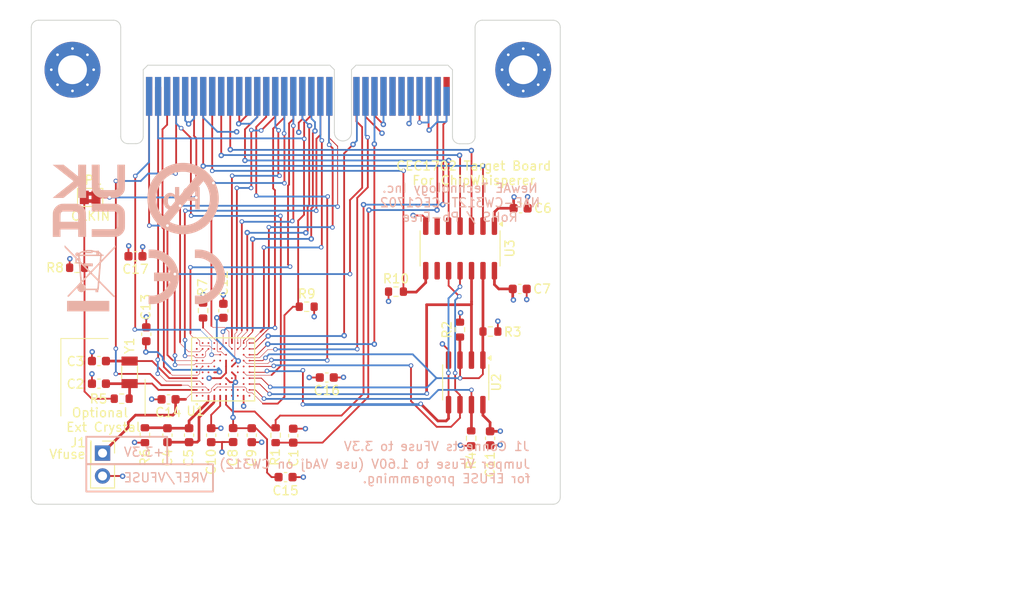
<source format=kicad_pcb>
(kicad_pcb (version 20240108) (generator "pcbnew") (generator_version "8.0")
  (layers (0 "F.Cu" signal) (1 "In1.Cu" signal) (2 "In2.Cu" signal) (31 "B.Cu" signal) (34 "B.Paste" user) (35 "F.Paste" user) (36 "B.SilkS" user "B.Silkscreen") (37 "F.SilkS" user "F.Silkscreen") (38 "B.Mask" user) (39 "F.Mask" user) (44 "Edge.Cuts" user))
  (net 0 "")
  (net 1 "/Active_Circuitry/SHUNTH")
  (net 2 "GND")
  (net 3 "Net-(U1-XTAL2)")
  (net 4 "Net-(U1-XTAL1)")
  (net 5 "/Active_Circuitry/FLT_PLL")
  (net 6 "/Active_Circuitry/VTR_PLL")
  (net 7 "+3V3")
  (net 8 "Net-(U1-VREF_ADC)")
  (net 9 "/Active_Circuitry/J_TMS")
  (net 11 "/Active_Circuitry/PG9")
  (net 12 "/Active_Circuitry/LED2")
  (net 13 "RST")
  (net 15 "/Active_Circuitry/UART_RX")
  (net 16 "/CW312T_Connector/FILT_LP")
  (net 17 "/Active_Circuitry/PK9")
  (net 19 "/Active_Circuitry/PK10")
  (net 20 "/Active_Circuitry/PORT_SCK")
  (net 21 "/Active_Circuitry/J_TRST")
  (net 22 "/Active_Circuitry/PH10")
  (net 23 "/Active_Circuitry/PG10")
  (net 24 "/Active_Circuitry/PK8")
  (net 25 "/Active_Circuitry/PORT_SIO1")
  (net 26 "/Active_Circuitry/CLK_IN")
  (net 27 "/Active_Circuitry/LED1")
  (net 29 "/Active_Circuitry/PJ10")
  (net 30 "/Active_Circuitry/PJ8")
  (net 31 "/Active_Circuitry/PORT_OE")
  (net 33 "SHUNTL")
  (net 34 "/Active_Circuitry/J_TCK")
  (net 35 "/Active_Circuitry/PORT_CS")
  (net 36 "/Active_Circuitry/PG7")
  (net 38 "/Active_Circuitry/PH9")
  (net 40 "/Active_Circuitry/J_TDI")
  (net 42 "/Active_Circuitry/J_TDO")
  (net 43 "/Active_Circuitry/LED3")
  (net 46 "/Active_Circuitry/PJ9")
  (net 47 "/Active_Circuitry/PJ7")
  (net 50 "/Active_Circuitry/UART_TX")
  (net 51 "/Active_Circuitry/CLK_OUT")
  (net 53 "/Active_Circuitry/PORT_SIO0")
  (net 55 "/Active_Circuitry/FLASH_CS")
  (net 56 "/Active_Circuitry/FLASH_SIO3")
  (net 57 "Net-(JP1-Pad2)")
  (net 58 "Net-(U1-GPIO171{slash}TFDATA{slash}UART1_RX{slash}(JTAG_STRAP))")
  (net 60 "/Active_Circuitry/FLASH_SIO1")
  (net 96 "/Active_Circuitry/FLASH_SCK")
  (net 99 "/Active_Circuitry/FLASH_SIO0")
  (footprint "Capacitor_SMD:C_0603_1608Metric" (layer "F.Cu") (at 120.4 97.525 180)
    (property "Reference" "C17")
    (property "Value" "CAP_2u2_6.3V_0603")
  )
  (footprint "Resistor_SMD:R_0603_1608Metric" (layer "F.Cu") (at 135.949999 117.375 90)
    (property "Reference" "R1")
    (property "Value" "RES_10R_0603")
  )
  (footprint "Capacitor_SMD:C_0603_1608Metric" (layer "F.Cu") (at 137.05 122.025 180)
    (property "Reference" "C15")
    (property "Value" "CAP_2u2_6.3V_0603")
  )
  (footprint "Capacitor_SMD:C_0603_1608Metric" (layer "F.Cu") (at 116.349999 111.659996 180)
    (property "Reference" "C2")
    (property "Value" "CAP_10p_50V_0603")
  )
  (footprint "Resistor_SMD:R_0603_1608Metric" (layer "F.Cu") (at 159.775 105.875)
    (property "Reference" "R3")
    (property "Value" "RES_100k_0603")
  )
  (footprint "Resistor_SMD:R_0603_1608Metric" (layer "F.Cu") (at 118.875 113.325 180)
    (property "Reference" "R5")
    (property "Value" "RES_100R_0603")
  )
  (footprint "Capacitor_SMD:C_0603_1608Metric" (layer "F.Cu") (at 130.15 103.575 -90)
    (property "Reference" "C12")
    (property "Value" "CAP_100n_6.3V_0603")
  )
  (footprint "Resistor_SMD:R_0603_1608Metric" (layer "F.Cu") (at 157.64 117.7175 90)
    (property "Reference" "R4")
    (property "Value" "RES_100k_0603")
  )
  (footprint "Silkscrren_Symbols:CE-Logo_8.5x6mm_SilkScreen" (layer "F.Cu") (at 126.1 99.8)
    (property "Reference" "PCB1" (hide yes))
    (property "Value" "CE Symbol" (hide yes))
  )
  (footprint "Silkscrren_Symbols:UKCA-Logo_8x8mm_SilkScreen" (layer "F.Cu") (at 114.601963 91.374918)
    (property "Reference" "PCB3" (hide yes))
    (property "Value" "UKCA symbol" (hide yes))
  )
  (footprint "Resistor_SMD:R_0603_1608Metric" (layer "F.Cu") (at 156.389999 105.662499 90)
    (property "Reference" "R2")
    (property "Value" "RES_100k_0603")
  )
  (footprint "Capacitor_SMD:C_0603_1608Metric" (layer "F.Cu") (at 133.3 117.375 90)
    (property "Reference" "C9")
    (property "Value" "CAP_100n_6.3V_0603")
  )
  (footprint "Capacitor_SMD:C_0603_1608Metric" (layer "F.Cu") (at 131.235356 117.359643 90)
    (property "Reference" "C8")
    (property "Value" "CAP_100n_6.3V_0603")
  )
  (footprint "Package_SO:SOIC-14_3.9x8.7mm_P1.27mm" (layer "F.Cu") (at 156.41 96.654999 -90)
    (property "Reference" "U3")
    (property "Value" "TXB0104PWR")
  )
  (footprint "Capacitor_SMD:C_0603_1608Metric" (layer "F.Cu") (at 126.349998 117.375 90)
    (property "Reference" "C5")
    (property "Value" "CAP_100n_6.3V_0603")
  )
  (footprint "Capacitor_SMD:C_0603_1608Metric" (layer "F.Cu") (at 163.125 92.2 180)
    (property "Reference" "C6")
    (property "Value" "CAP_100n_6.3V_0603")
  )
  (footprint "Capacitor_SMD:C_0603_1608Metric" (layer "F.Cu") (at 163.025 101.15 180)
    (property "Reference" "C7")
    (property "Value" "CAP_100n_6.3V_0603")
  )
  (footprint "Resistor_SMD:R_0603_1608Metric" (layer "F.Cu") (at 113.925 98.8 180)
    (property "Reference" "R8")
    (property "Value" "RES_910k_0603")
  )
  (footprint "Silkscrren_Symbols:Pb_Free_8.0x8.0mm_SilkScreen" (layer "F.Cu") (at 124.95 91.125)
    (property "Reference" "PCB2" (hide yes))
    (property "Value" "Pb_Free Symbol" (hide yes))
  )
  (footprint "Resistor_SMD:R_0603_1608Metric" (layer "F.Cu") (at 139.4 103.125)
    (property "Reference" "R9")
    (property "Value" "RES_10k_0603")
  )
  (footprint "Capacitor_SMD:C_0603_1608Metric" (layer "F.Cu") (at 137.9 117.425 -90)
    (property "Reference" "C1")
    (property "Value" "CAP_470n_10V_0603")
  )
  (footprint "tutorial_2_library:CW312_Template" (layer "F.Cu") (at 113.415 76.835)
    (property "Reference" "P1" (hide yes))
    (property "Value" "PCIEx4 EDGE CONNECTOR")
    (fp_line (start -4.57 -4.69) (end -4.57 47.4) (stroke (width 0.1)) (layer "Edge.Cuts"))
    (fp_line (start 4.55 -5.49) (end -3.77 -5.49) (stroke (width 0.1)) (layer "Edge.Cuts"))
    (fp_line (start 5.35 7.4) (end 5.35 -4.69) (stroke (width 0.1)) (layer "Edge.Cuts"))
    (fp_line (start 7.05 8.2) (end 6.15 8.2) (stroke (width 0.1)) (layer "Edge.Cuts"))
    (fp_line (start 7.85 0) (end 8.35 -0.5) (stroke (width 0.1)) (layer "Edge.Cuts"))
    (fp_line (start 7.85 7.4) (end 7.85 0) (stroke (width 0.1)) (layer "Edge.Cuts"))
    (fp_line (start 28.55 -0.5) (end 8.35 -0.5) (stroke (width 0.1)) (layer "Edge.Cuts"))
    (fp_line (start 29.05 0) (end 28.55 -0.5) (stroke (width 0.1)) (layer "Edge.Cuts"))
    (fp_line (start 29.05 6.95) (end 29.05 0) (stroke (width 0.1)) (layer "Edge.Cuts"))
    (fp_line (start 30.95 0) (end 31.45 -0.5) (stroke (width 0.1)) (layer "Edge.Cuts"))
    (fp_line (start 30.95 6.95) (end 30.95 0) (stroke (width 0.1)) (layer "Edge.Cuts"))
    (fp_line (start 41.65 -0.5) (end 31.45 -0.5) (stroke (width 0.1)) (layer "Edge.Cuts"))
    (fp_line (start 42.15 0) (end 41.65 -0.5) (stroke (width 0.1)) (layer "Edge.Cuts"))
    (fp_line (start 42.15 7.41) (end 42.15 0) (stroke (width 0.1)) (layer "Edge.Cuts"))
    (fp_line (start 42.95 8.21) (end 43.86 8.21) (stroke (width 0.1)) (layer "Edge.Cuts"))
    (fp_line (start 44.66 7.41) (end 44.66 -4.69) (stroke (width 0.1)) (layer "Edge.Cuts"))
    (fp_line (start 45.46 -5.49) (end 53.31 -5.49) (stroke (width 0.1)) (layer "Edge.Cuts"))
    (fp_line (start 53.31 48.2) (end -3.77 48.2) (stroke (width 0.1)) (layer "Edge.Cuts"))
    (fp_line (start 54.11 -4.69) (end 54.11 47.4) (stroke (width 0.1)) (layer "Edge.Cuts"))
    (fp_arc (start -4.57 -4.69) (mid -4.335685 -5.255685) (end -3.77 -5.49) (stroke (width 0.1)) (layer "Edge.Cuts"))
    (fp_arc (start -3.77 48.2) (mid -4.335685 47.965685) (end -4.57 47.4) (stroke (width 0.1)) (layer "Edge.Cuts"))
    (fp_arc (start 4.55 -5.49) (mid 5.115685 -5.255685) (end 5.35 -4.69) (stroke (width 0.1)) (layer "Edge.Cuts"))
    (fp_arc (start 6.15 8.2) (mid 5.584315 7.965685) (end 5.35 7.4) (stroke (width 0.1)) (layer "Edge.Cuts"))
    (fp_arc (start 7.85 7.4) (mid 7.615685 7.965685) (end 7.05 8.2) (stroke (width 0.1)) (layer "Edge.Cuts"))
    (fp_arc (start 30.95 6.95) (mid 30 7.9) (end 29.05 6.95) (stroke (width 0.1)) (layer "Edge.Cuts"))
    (fp_arc (start 42.95 8.21) (mid 42.384315 7.975685) (end 42.15 7.41) (stroke (width 0.1)) (layer "Edge.Cuts"))
    (fp_arc (start 44.66 -4.69) (mid 44.894315 -5.255685) (end 45.46 -5.49) (stroke (width 0.1)) (layer "Edge.Cuts"))
    (fp_arc (start 44.66 7.41) (mid 44.425685 7.975685) (end 43.86 8.21) (stroke (width 0.1)) (layer "Edge.Cuts"))
    (fp_arc (start 53.31 -5.49) (mid 53.875685 -5.255685) (end 54.11 -4.69) (stroke (width 0.1)) (layer "Edge.Cuts"))
    (fp_arc (start 54.11 47.4) (mid 53.875685 47.965685) (end 53.31 48.2) (stroke (width 0.1)) (layer "Edge.Cuts"))
  )
  (footprint "Capacitor_SMD:C_0603_1608Metric" (layer "F.Cu") (at 116.349999 109.149996 180)
    (property "Reference" "C3")
    (property "Value" "CAP_10p_50V_0603")
  )
  (footprint "Resistor_SMD:R_0603_1608Metric" (layer "F.Cu") (at 121.45 117.374997 -90)
    (property "Reference" "R6")
    (property "Value" "RES_100R_0603")
  )
  (footprint "Capacitor_SMD:C_0603_1608Metric" (layer "F.Cu") (at 159.74 117.7175 90)
    (property "Reference" "C11")
    (property "Value" "CAP_100n_6.3V_0603")
  )
  (footprint "Capacitor_SMD:C_0603_1608Metric" (layer "F.Cu") (at 141.625 110.975 180)
    (property "Reference" "C16")
    (property "Value" "CAP_2u2_6.3V_0603")
  )
  (footprint "Connector_PinHeader_2.54mm:PinHeader_2x01_P2.54mm_Vertical" (layer "F.Cu") (at 116.75 119.36 -90)
    (property "Reference" "J1")
    (property "Value" "2Pin_Header_2.54")
  )
  (footprint "Resistor_SMD:R_0603_1608Metric" (layer "F.Cu") (at 149.3 101.45)
    (property "Reference" "R10")
    (property "Value" "RES_100k_0603")
  )
  (footprint "Crystal:Crystal_SMD_3215-2Pin_3.2x1.5mm" (layer "F.Cu") (at 119.749999 110.399998 90)
    (property "Reference" "Y1")
    (property "Value" "32.768kHz")
  )
  (footprint "Silkscrren_Symbols:WEEE-Logo_5.6x8mm_SilkScreen" (layer "F.Cu") (at 114.275 99.625)
    (property "Reference" "PCB4" (hide yes))
    (property "Value" "WEEE SYMBOL" (hide yes))
  )
  (footprint "Capacitor_SMD:C_0603_1608Metric" (layer "F.Cu") (at 121.6 106.175 -90)
    (property "Reference" "C13")
    (property "Value" "CAP_100n_6.3V_0603")
  )
  (footprint "Capacitor_SMD:C_0603_1608Metric" (layer "F.Cu") (at 124.075004 113.400001)
    (property "Reference" "C14")
    (property "Value" "CAP_100n_50V_0603")
  )
  (footprint "Capacitor_SMD:C_0603_1608Metric" (layer "F.Cu") (at 128.800001 117.375001 90)
    (property "Reference" "C10")
    (property "Value" "CAP_100n_6.3V_0603")
  )
  (footprint "Jumper:SolderJumper-2_P1.3mm_Bridged2Bar_Pad1.0x1.5mm" (layer "F.Cu") (at 115.375001 91 180)
    (property "Reference" "JP1")
    (property "Value" "~")
  )
  (footprint "Package_SO:SOIC-8_3.9x4.9mm_P1.27mm" (layer "F.Cu") (at 157.035 111.5175 -90)
    (property "Reference" "U2")
    (property "Value" "SST26VF016B-104I/SN")
  )
  (footprint "tutorial_2_library:BGA84C65P10X10_700X700X80" (layer "F.Cu") (at 130.125 110.075 90)
    (property "Reference" "U1")
    (property "Value" "CEC1702")
  )
  (footprint "Capacitor_SMD:C_0603_1608Metric" (layer "F.Cu") (at 123.949997 117.375 90)
    (property "Reference" "C4")
    (property "Value" "CAP_470n_10V_0603")
  )
  (footprint "Resistor_SMD:R_0603_1608Metric" (layer "F.Cu") (at 127.9 103.55 90)
    (property "Reference" "R7")
    (property "Value" "RES_10k_0603")
  )
  (gr_rect (start 114.95 120.6) (end 129 123.625) (stroke (width 0.2)) (fill none) (layer "B.SilkS"))
  (gr_rect (start 114.95 117.55) (end 123.925 120.575) (stroke (width 0.2)) (fill none) (layer "B.SilkS"))
  (gr_line (start 117.375 106.65) (end 112.125 106.65) (stroke (width 0.1)) (layer "F.SilkS"))
  (gr_line (start 121.475 111.175) (end 121.475 115.15) (stroke (width 0.1)) (layer "F.SilkS"))
  (gr_line (start 112.125 106.65) (end 112.125 115.25) (stroke (width 0.1)) (layer "F.SilkS"))
  (gr_text "+3.3V" (at 123.7 119.825 0) (layer "B.SilkS") (effects (font (size 1 1)) (justify left bottom mirror)))
  (gr_text "J1 Connects VFuse to 3.3V" (at 164.2 119.2 0) (layer "B.SilkS") (effects (font (size 1 1)) (justify left bottom mirror)))
  (gr_text "Jumper VFuse to 1.60V (use VAdj on CW312)\nfor EFUSE programming." (at 164.275 122.775 0) (layer "B.SilkS") (effects (font (size 1 1)) (justify left bottom mirror)))
  (gr_text "NewAE Technology Inc.\nNAE-CW312T-CEC1702\nRoHS / Pb-Free" (at 156.4 93.775 0) (layer "B.SilkS") (effects (font (size 1 1)) (justify bottom mirror)))
  (gr_text "VREF/VFUSE" (at 128.5 122.675 0) (layer "B.SilkS") (effects (font (size 1 1)) (justify left bottom mirror)))
  (gr_text "Optional \nExt Crystal" (at 116.85 117.075 0) (layer "F.SilkS") (effects (font (size 1 1)) (justify bottom)))
  (gr_text "Vfuse" (at 110.75 120.075 0) (layer "F.SilkS") (effects (font (size 1 1)) (justify left bottom)))
  (gr_text "CLKIN\n" (at 113.15 93.65 0) (layer "F.SilkS") (effects (font (size 1 1)) (justify left bottom)))
  (gr_text "CEC1702 Target Board\nFor ChipWhisperer" (at 157.925 89.7 0) (layer "F.SilkS") (effects (font (size 1 1)) (justify bottom)))
  (segment (start 153.85 92.4) (end 153.89 92.36) (width 0.2) (layer "F.Cu") (net 1))
  (segment (start 153.89 92.36) (end 153.89 79.81) (width 0.2) (layer "F.Cu") (net 1))
  (segment (start 141.15 118.2) (end 137.9 118.2) (width 0.2) (layer "F.Cu") (net 1))
  (segment (start 146.3 92.4) (end 146.225 92.475) (width 0.2) (layer "F.Cu") (net 1))
  (segment (start 146.225 113.125) (end 141.15 118.2) (width 0.2) (layer "F.Cu") (net 1))
  (segment (start 146.225 92.475) (end 146.225 113.125) (width 0.2) (layer "F.Cu") (net 1))
  (segment (start 153.89 79.81) (end 153.915 79.785) (width 0.2) (layer "F.Cu") (net 1))
  (segment (start 137.899999 118.200001) (end 136.025001 118.2) (width 0.2) (layer "F.Cu") (net 1))
  (via (at 146.3 92.4) (size 0.6) (drill 0.3) (layers "F.Cu" "B.Cu") (net 1))
  (via (at 153.85 92.4) (size 0.6) (drill 0.3) (layers "F.Cu" "B.Cu") (net 1))
  (segment (start 153.85 92.4) (end 146.3 92.4) (width 0.2) (layer "B.Cu") (net 1))
  (segment (start 115.574999 109.149996) (end 115.574999 108.150001) (width 0.2) (layer "F.Cu") (net 2))
  (segment (start 132.915 81.744315) (end 131.85 82.809315) (width 0.2) (layer "F.Cu") (net 2))
  (segment (start 138.915 82.31) (end 138.515 82.71) (width 0.2) (layer "F.Cu") (net 2))
  (segment (start 127.9 102.725) (end 127.9 101.775) (width 0.2) (layer "F.Cu") (net 2))
  (segment (start 129.15 111.05) (end 129.875 111.05) (width 0.2) (layer "F.Cu") (net 2))
  (segment (start 131.85 82.809315) (end 131.85 82.825) (width 0.2) (layer "F.Cu") (net 2))
  (segment (start 121.175 97.525) (end 121.175 96.5) (width 0.2) (layer "F.Cu") (net 2))
  (segment (start 152.6 93.35) (end 152.25 93) (width 0.2) (layer "F.Cu") (net 2))
  (segment (start 133.3 118.15) (end 134.4 118.15) (width 0.2) (layer "F.Cu") (net 2))
  (segment (start 137.825 122.025) (end 139.025 122.025) (width 0.2) (layer "F.Cu") (net 2))
  (segment (start 129.15 111.05) (end 128.575 111.05) (width 0.2) (layer "F.Cu") (net 2))
  (segment (start 154.45 107.25) (end 155.13 107.93) (width 0.2) (layer "F.Cu") (net 2))
  (segment (start 130.275 118.134643) (end 128.815359 118.134643) (width 0.2) (layer "F.Cu") (net 2))
  (segment (start 132.4 113) (end 132.4 114.15) (width 0.2) (layer "F.Cu") (net 2))
  (segment (start 163.8 101.15) (end 163.8 102.325) (width 0.2) (layer "F.Cu") (net 2))
  (segment (start 130 118.159643) (end 130.025 118.134643) (width 0.2) (layer "F.Cu") (net 2))
  (segment (start 113.1 97.825) (end 113.125 97.8) (width 0.2) (layer "F.Cu") (net 2))
  (segment (start 160.8075 118.4925) (end 160.85 118.45) (width 0.2) (layer "F.Cu") (net 2))
  (segment (start 128.815359 118.134643) (end 128.800001 118.150001) (width 0.2) (layer "F.Cu") (net 2))
  (segment (start 138.915 79.785) (end 138.915 82.31) (width 0.2) (layer "F.Cu") (net 2))
  (segment (start 143.45 110.975) (end 143.475 110.95) (width 0.2) (layer "F.Cu") (net 2))
  (segment (start 130.45 110.475) (end 130.45 109.75) (width 0.2) (layer "F.Cu") (net 2))
  (segment (start 147.9 82.9) (end 146.915 81.915) (width 0.2) (layer "F.Cu") (net 2))
  (segment (start 148.475 101.45) (end 148.475 102.525) (width 0.2) (layer "F.Cu") (net 2))
  (segment (start 130.45 109.75) (end 130.45 109.1) (width 0.2) (layer "F.Cu") (net 2))
  (segment (start 137.9 116.65) (end 139.25 116.65) (width 0.2) (layer "F.Cu") (net 2))
  (segment (start 115.574999 111.659996) (end 115.574999 110.575001) (width 0.2) (layer "F.Cu") (net 2))
  (segment (start 155.13 107.93) (end 155.13 109.0425) (width 0.2) (layer "F.Cu") (net 2))
  (segment (start 131.85 82.825) (end 131.915 82.76) (width 0.2) (layer "F.Cu") (net 2))
  (segment (start 142.4 110.975) (end 143.45 110.975) (width 0.2) (layer "F.Cu") (net 2))
  (segment (start 132.915 79.785) (end 132.915 81.744315) (width 0.2) (layer "F.Cu") (net 2))
  (segment (start 163.9 92.2) (end 163.9 90.925) (width 0.2) (layer "F.Cu") (net 2))
  (segment (start 152.25 93) (end 151.2 93) (width 0.2) (layer "F.Cu") (net 2))
  (segment (start 121.175 96.5) (end 121.2 96.475) (width 0.2) (layer "F.Cu") (net 2))
  (segment (start 146.915 81.915) (end 146.915 79.785) (width 0.2) (layer "F.Cu") (net 2))
  (segment (start 115.574999 110.575001) (end 115.575 110.575) (width 0.2) (layer "F.Cu") (net 2))
  (segment (start 121.6 105.4) (end 121.6 104.25) (width 0.2) (layer "F.Cu") (net 2))
  (segment (start 130.025 118.134643) (end 130.275 118.134643) (width 0.2) (layer "F.Cu") (net 2))
  (segment (start 122.225001 113.400001) (end 122.2 113.375) (width 0.2) (layer "F.Cu") (net 2))
  (segment (start 131.235356 118.134643) (end 130.275 118.134643) (width 0.2) (layer "F.Cu") (net 2))
  (segment (start 113.1 98.8) (end 113.1 97.825) (width 0.2) (layer "F.Cu") (net 2))
  (segment (start 152.915 83.465) (end 152.975 83.525) (width 0.2) (layer "F.Cu") (net 2))
  (segment (start 123.300004 113.400001) (end 122.225001 113.400001) (width 0.2) (layer "F.Cu") (net 2))
  (segment (start 130.15 102.8) (end 130.15 101.825) (width 0.2) (layer "F.Cu") (net 2))
  (segment (start 138.515 82.71) (end 138.515 83.775) (width 0.2) (layer "F.Cu") (net 2))
  (segment (start 131.915 82.76) (end 131.915 79.785) (width 0.2) (layer "F.Cu") (net 2))
  (segment (start 152.6 94.179999) (end 152.6 93.35) (width 0.2) (layer "F.Cu") (net 2))
  (segment (start 152.915 79.785) (end 152.915 83.465) (width 0.2) (layer "F.Cu") (net 2))
  (segment (start 115.574999 108.150001) (end 115.6 108.125) (width 0.2) (layer "F.Cu") (net 2))
  (segment (start 129.875 111.05) (end 129.8 111.05) (width 0.2) (layer "F.Cu") (net 2))
  (segment (start 129.875 111.05) (end 130.45 110.475) (width 0.2) (layer "F.Cu") (net 2))
  (segment (start 159.74 118.4925) (end 160.8075 118.4925) (width 0.2) (layer "F.Cu") (net 2))
  (segment (start 130 119.25) (end 130 118.159643) (width 0.2) (layer "F.Cu") (net 2))
  (via (at 138.515 83.775) (size 0.6) (drill 0.3) (layers "F.Cu" "B.Cu") (net 2))
  (via (at 126.3 82.85) (size 0.6) (drill 0.3) (layers "F.Cu" "B.Cu") (net 2))
  (via (at 121.6 104.25) (size 0.6) (drill 0.3) (layers "F.Cu" "B.Cu") (net 2))
  (via (at 163.8 102.325) (size 0.6) (drill 0.3) (layers "F.Cu" "B.Cu") (net 2))
  (via (at 148.475 102.525) (size 0.6) (drill 0.3) (layers "F.Cu" "B.Cu") (net 2))
  (via (at 128.575 111.05) (size 0.6) (drill 0.3) (layers "F.Cu" "B.Cu") (net 2))
  (via (at 122.2 113.375) (size 0.6) (drill 0.3) (layers "F.Cu" "B.Cu") (net 2))
  (via (at 134.4 118.15) (size 0.6) (drill 0.3) (layers "F.Cu" "B.Cu") (net 2))
  (via (at 163.9 90.925) (size 0.6) (drill 0.3) (layers "F.Cu" "B.Cu") (net 2))
  (via (at 152.975 83.525) (size 0.6) (drill 0.3) (layers "F.Cu" "B.Cu") (net 2))
  (via (at 130.15 101.825) (size 0.6) (drill 0.3) (layers "F.Cu" "B.Cu") (net 2))
  (via (at 151.2 93) (size 0.6) (drill 0.3) (layers "F.Cu" "B.Cu") (net 2))
  (via (at 160.85 118.45) (size 0.6) (drill 0.3) (layers "F.Cu" "B.Cu") (net 2))
  (via (at 139.025 122.025) (size 0.6) (drill 0.3) (layers "F.Cu" "B.Cu") (net 2))
  (via (at 121.2 96.475) (size 0.6) (drill 0.3) (layers "F.Cu" "B.Cu") (net 2))
  (via (at 127.9 101.775) (size 0.6) (drill 0.3) (layers "F.Cu" "B.Cu") (net 2))
  (via (at 154.45 107.25) (size 0.6) (drill 0.3) (layers "F.Cu" "B.Cu") (net 2))
  (via (at 131.85 82.825) (size 0.6) (drill 0.3) (layers "F.Cu" "B.Cu") (net 2))
  (via (at 143.475 110.95) (size 0.6) (drill 0.3) (layers "F.Cu" "B.Cu") (net 2))
  (via (at 115.575 110.575) (size 0.6) (drill 0.3) (layers "F.Cu" "B.Cu") (net 2))
  (via (at 139.25 116.65) (size 0.6) (drill 0.3) (layers "F.Cu" "B.Cu") (net 2))
  (via (at 113.125 97.8) (size 0.6) (drill 0.3) (layers "F.Cu" "B.Cu") (net 2))
  (via (at 147.9 82.9) (size 0.6) (drill 0.3) (layers "F.Cu" "B.Cu") (net 2))
  (via (at 130 119.25) (size 0.6) (drill 0.3) (layers "F.Cu" "B.Cu") (net 2))
  (via (at 115.6 108.125) (size 0.6) (drill 0.3) (layers "F.Cu" "B.Cu") (net 2))
  (via (at 132.4 114.15) (size 0.6) (drill 0.3) (layers "F.Cu" "B.Cu") (net 2))
  (segment (start 154.915 82.535) (end 154.8125 82.6375) (width 0.2) (layer "B.Cu") (net 2))
  (segment (start 153.915 82.585) (end 152.975 83.525) (width 0.2) (layer "B.Cu") (net 2))
  (segment (start 126.915 82.235) (end 126.3 82.85) (width 0.2) (layer "B.Cu") (net 2))
  (segment (start 131.85 82.825) (end 133.175 82.825) (width 0.2) (layer "B.Cu") (net 2))
  (segment (start 153.915 79.785) (end 153.915 82.585) (width 0.2) (layer "B.Cu") (net 2))
  (segment (start 125.915 82.465) (end 125.915 79.785) (width 0.2) (layer "B.Cu") (net 2))
  (segment (start 154.8125 82.6375) (end 153.8625 82.6375) (width 0.2) (layer "B.Cu") (net 2))
  (segment (start 133.175 82.825) (end 133.915 82.085) (width 0.2) (layer "B.Cu") (net 2))
  (segment (start 147.915 82.885) (end 147.9 82.9) (width 0.2) (layer "B.Cu") (net 2))
  (segment (start 133.915 82.085) (end 133.915 79.785) (width 0.2) (layer "B.Cu") (net 2))
  (segment (start 126.3 82.85) (end 125.915 82.465) (width 0.2) (layer "B.Cu") (net 2))
  (segment (start 147.915 79.785) (end 147.915 82.885) (width 0.2) (layer "B.Cu") (net 2))
  (segment (start 154.915 80.335) (end 154.915 82.535) (width 0.2) (layer "B.Cu") (net 2))
  (segment (start 126.915 79.785) (end 126.915 82.235) (width 0.2) (layer "B.Cu") (net 2))
  (segment (start 119.7 113.325) (end 119.749999 113.275001) (width 0.3) (layer "F.Cu") (net 3))
  (segment (start 119.749999 113.275001) (end 119.749999 111.649997) (width 0.3) (layer "F.Cu") (net 3))
  (segment (start 119.74 111.659996) (end 119.749999 111.649997) (width 0.2) (layer "F.Cu") (net 3))
  (segment (start 122.249997 111.649997) (end 122.95 112.35) (width 0.2) (layer "F.Cu") (net 3))
  (segment (start 119.749999 111.649997) (end 122.249997 111.649997) (width 0.2) (layer "F.Cu") (net 3))
  (segment (start 122.95 112.35) (end 127.2 112.35) (width 0.2) (layer "F.Cu") (net 3))
  (segment (start 117.124999 111.659996) (end 119.74 111.659996) (width 0.3) (layer "F.Cu") (net 3))
  (segment (start 117.124999 109.149996) (end 119.749996 109.149996) (width 0.3) (layer "F.Cu") (net 4))
  (segment (start 119.749996 109.149996) (end 119.749999 109.149999) (width 0.2) (layer "F.Cu") (net 4))
  (segment (start 124.15 111.05) (end 127.2 111.05) (width 0.2) (layer "F.Cu") (net 4))
  (segment (start 122.249999 109.149999) (end 124.15 111.05) (width 0.2) (layer "F.Cu") (net 4))
  (segment (start 119.749999 109.149999) (end 122.249999 109.149999) (width 0.2) (layer "F.Cu") (net 4))
  (segment (start 127.25 118.15) (end 127.45 117.95) (width 0.3) (layer "F.Cu") (net 5))
  (segment (start 126.349998 118.15) (end 127.25 118.15) (width 0.3) (layer "F.Cu") (net 5))
  (segment (start 129.05 113.8) (end 129.15 113.7) (width 0.2) (layer "F.Cu") (net 5))
  (segment (start 127.45 117.95) (end 127.45 115.4) (width 0.3) (layer "F.Cu") (net 5))
  (segment (start 127.45 115.4) (end 129.05 113.8) (width 0.3) (layer "F.Cu") (net 5))
  (segment (start 129.15 113.7) (end 129.15 113) (width 0.2) (layer "F.Cu") (net 5))
  (segment (start 123.949997 118.15) (end 126.349998 118.15) (width 0.3) (layer "F.Cu") (net 5))
  (segment (start 123.949997 116.6) (end 126.349998 116.6) (width 0.3) (layer "F.Cu") (net 6))
  (segment (start 121.45 116.549997) (end 123.899994 116.549997) (width 0.3) (layer "F.Cu") (net 6))
  (segment (start 126.349998 116.6) (end 126.349998 115.775002) (width 0.3) (layer "F.Cu") (net 6))
  (segment (start 128.5 113.625) (end 128.5 113) (width 0.2) (layer "F.Cu") (net 6))
  (segment (start 123.899994 116.549997) (end 123.949997 116.6) (width 0.2) (layer "F.Cu") (net 6))
  (segment (start 128.425 113.7) (end 128.5 113.625) (width 0.2) (layer "F.Cu") (net 6))
  (segment (start 126.349998 115.775002) (end 128.425 113.7) (width 0.3) (layer "F.Cu") (net 6))
  (segment (start 156.389999 103.87167) (end 156.461669 103.8) (width 0.2) (layer "F.Cu") (net 7))
  (segment (start 133.775 116.6) (end 135 117.825) (width 0.2) (layer "F.Cu") (net 7))
  (segment (start 145.915 79.785) (end 145.915 82.04) (width 0.2) (layer "F.Cu") (net 7))
  (segment (start 162.25 101.15) (end 162.25 102.3) (width 0.3) (layer "F.Cu") (net 7))
  (segment (start 131.235356 115.410356) (end 131.225 115.4) (width 0.2) (layer "F.Cu") (net 7))
  (segment (start 160.8575 116.9425) (end 160.875 116.925) (width 0.3) (layer "F.Cu") (net 7))
  (segment (start 135.5 122.025) (end 136.275 122.025) (width 0.2) (layer "F.Cu") (net 7))
  (segment (start 131.5 111.496862) (end 131.5 110.8) (width 0.2) (layer "F.Cu") (net 7))
  (segment (start 150.915 79.785) (end 150.915 82.635) (width 0.2) (layer "F.Cu") (net 7))
  (segment (start 150.915 82.635) (end 150.75 82.8) (width 0.2) (layer "F.Cu") (net 7))
  (segment (start 131.496862 111.5) (end 130.9 111.5) (width 0.2) (layer "F.Cu") (net 7))
  (segment (start 121.45 118.199997) (end 120.324997 118.199997) (width 0.2) (layer "F.Cu") (net 7))
  (segment (start 121.55 107) (end 121.6 106.95) (width 0.2) (layer "F.Cu") (net 7))
  (segment (start 160.6 105.875) (end 160.6 104.725) (width 0.2) (layer "F.Cu") (net 7))
  (segment (start 159.74 116.9425) (end 160.8575 116.9425) (width 0.3) (layer "F.Cu") (net 7))
  (segment (start 158.94 113.9925) (end 158.94 115.1675) (width 0.3) (layer "F.Cu") (net 7))
  (segment (start 128.800001 115.124999) (end 128.800001 116.600001) (width 0.2) (layer "F.Cu") (net 7))
  (segment (start 156.4925 118.5425) (end 156.45 118.5) (width 0.2) (layer "F.Cu") (net 7))
  (segment (start 119.625 96.4) (end 119.65 96.375) (width 0.2) (layer "F.Cu") (net 7))
  (segment (start 135 117.825) (end 135 121.525) (width 0.2) (layer "F.Cu") (net 7))
  (segment (start 160.3 92.55) (end 160.65 92.2) (width 0.3) (layer "F.Cu") (net 7))
  (segment (start 131.235356 116.584643) (end 131.235356 115.410356) (width 0.2) (layer "F.Cu") (net 7))
  (segment (start 131.496862 111.5) (end 131.5 111.496862) (width 0.2) (layer "F.Cu") (net 7))
  (segment (start 119.625 97.525) (end 119.625 96.4) (width 0.2) (layer "F.Cu") (net 7))
  (segment (start 162.25 102.3) (end 162.325 102.375) (width 0.3) (layer "F.Cu") (net 7))
  (segment (start 159.74 115.9675) (end 159.74 116.9425) (width 0.3) (layer "F.Cu") (net 7))
  (segment (start 160.22 100.67) (end 160.7 101.15) (width 0.3) (layer "F.Cu") (net 7))
  (segment (start 121.55 108.15) (end 121.55 107) (width 0.2) (layer "F.Cu") (net 7))
  (segment (start 131.5 110.8) (end 131.1 110.4) (width 0.2) (layer "F.Cu") (net 7))
  (segment (start 135 121.525) (end 135.5 122.025) (width 0.2) (layer "F.Cu") (net 7))
  (segment (start 133.3 116.6) (end 131.250713 116.6) (width 0.2) (layer "F.Cu") (net 7))
  (segment (start 131.709011 109.140989) (end 131.1 109.75) (width 0.2) (layer "F.Cu") (net 7))
  (segment (start 133.3 116.6) (end 133.775 116.6) (width 0.2) (layer "F.Cu") (net 7))
  (segment (start 118.95 121.9) (end 118.975 121.925) (width 0.2) (layer "F.Cu") (net 7))
  (segment (start 129.15 110.4) (end 129.67647 110.4) (width 0.2) (layer "F.Cu") (net 7))
  (segment (start 129.67647 110.4) (end 129.725735 110.350735) (width 0.2) (layer "F.Cu") (net 7))
  (segment (start 140.225 103.125) (end 140.225 104.225) (width 0.2) (layer "F.Cu") (net 7))
  (segment (start 116.75 121.9) (end 118.95 121.9) (width 0.2) (layer "F.Cu") (net 7))
  (segment (start 129.8 113) (end 129.8 114.125) (width 0.2) (layer "F.Cu") (net 7))
  (segment (start 160.65 92.2) (end 162.35 92.2) (width 0.3) (layer "F.Cu") (net 7))
  (segment (start 157.64 118.5425) (end 156.4925 118.5425) (width 0.2) (layer "F.Cu") (net 7))
  (segment (start 156.389999 104.837499) (end 156.389999 103.87167) (width 0.2) (layer "F.Cu") (net 7))
  (segment (start 129.8 114.125) (end 128.800001 115.124999) (width 0.2) (layer "F.Cu") (net 7))
  (segment (start 130.15 104.35) (end 129.425 104.35) (width 0.2) (layer "F.Cu") (net 7))
  (segment (start 140.85 110.975) (end 139.675 110.975) (width 0.2) (layer "F.Cu") (net 7))
  (segment (start 128.800001 116.600001) (end 129.874999 116.600001) (width 0.2) (layer "F.Cu") (net 7))
  (segment (start 160.7 101.15) (end 162.25 101.15) (width 0.3) (layer "F.Cu") (net 7))
  (segment (start 162.35 92.2) (end 162.35 91) (width 0.3) (layer "F.Cu") (net 7))
  (segment (start 145.915 82.04) (end 147.75 83.875) (width 0.2) (layer "F.Cu") (net 7))
  (segment (start 131.801402 109.140989) (end 131.709011 109.140989) (width 0.2) (layer "F.Cu") (net 7))
  (segment (start 129.874999 116.600001) (end 129.875 116.6) (width 0.2) (layer "F.Cu") (net 7))
  (segment (start 130.9 111.5) (end 130.45 111.05) (width 0.2) (layer "F.Cu") (net 7))
  (segment (start 120.324997 118.199997) (end 120.3 118.175) (width 0.2) (layer "F.Cu") (net 7))
  (segment (start 160.22 94.179999) (end 160.22 92.63) (width 0.3) (layer "F.Cu") (net 7))
  (segment (start 160.22 92.63) (end 160.3 92.55) (width 0.3) (layer "F.Cu") (net 7))
  (segment (start 131.250713 116.6) (end 131.235356 116.584643) (width 0.2) (layer "F.Cu") (net 7))
  (segment (start 158.94 115.1675) (end 159.74 115.9675) (width 0.3) (layer "F.Cu") (net 7))
  (segment (start 162.35 91) (end 162.4 90.95) (width 0.3) (layer "F.Cu") (net 7))
  (segment (start 160.22 99.129999) (end 160.22 100.67) (width 0.3) (layer "F.Cu") (net 7))
  (via (at 162.325 102.375) (size 0.6) (drill 0.3) (layers "F.Cu" "B.Cu") (net 7))
  (via (at 129.725735 110.350735) (size 0.6) (drill 0.3) (layers "F.Cu" "B.Cu") (net 7))
  (via (at 119.65 96.375) (size 0.6) (drill 0.3) (layers "F.Cu" "B.Cu") (net 7))
  (via (at 121.55 108.15) (size 0.6) (drill 0.3) (layers "F.Cu" "B.Cu") (net 7))
  (via (at 139.675 110.975) (size 0.6) (drill 0.3) (layers "F.Cu" "B.Cu") (net 7))
  (via (at 129.425 104.35) (size 0.6) (drill 0.3) (layers "F.Cu" "B.Cu") (net 7))
  (via (at 156.461669 103.8) (size 0.6) (drill 0.3) (layers "F.Cu" "B.Cu") (net 7))
  (via (at 118.975 121.925) (size 0.6) (drill 0.3) (layers "F.Cu" "B.Cu") (net 7))
  (via (at 131.801402 109.140989) (size 0.6) (drill 0.3) (layers "F.Cu" "B.Cu") (net 7))
  (via (at 162.4 90.95) (size 0.6) (drill 0.3) (layers "F.Cu" "B.Cu") (net 7))
  (via (at 131.225 115.4) (size 0.6) (drill 0.3) (layers "F.Cu" "B.Cu") (net 7))
  (via (at 120.3 118.175) (size 0.6) (drill 0.3) (layers "F.Cu" "B.Cu") (net 7))
  (via (at 160.6 104.725) (size 0.6) (drill 0.3) (layers "F.Cu" "B.Cu") (net 7))
  (via (at 140.225 104.225) (size 0.6) (drill 0.3) (layers "F.Cu" "B.Cu") (net 7))
  (via (at 131.625 83.725) (size 0.6) (drill 0.3) (layers "F.Cu" "B.Cu") (net 7))
  (via (at 156.45 118.5) (size 0.6) (drill 0.3) (layers "F.Cu" "B.Cu") (net 7))
  (via (at 160.875 116.925) (size 0.6) (drill 0.3) (layers "F.Cu" "B.Cu") (net 7))
  (via (at 131.496862 111.5) (size 0.6) (drill 0.3) (layers "F.Cu" "B.Cu") (net 7))
  (via (at 147.75 83.875) (size 0.6) (drill 0.3) (layers "F.Cu" "B.Cu") (net 7))
  (via (at 129.875 116.6) (size 0.6) (drill 0.3) (layers "F.Cu" "B.Cu") (net 7))
  (via (at 150.75 82.8) (size 0.6) (drill 0.3) (layers "F.Cu" "B.Cu") (net 7))
  (segment (start 129.425 106.764587) (end 131.801402 109.140989) (width 0.2) (layer "B.Cu") (net 7))
  (segment (start 122.85 108.15) (end 121.55 108.15) (width 0.2) (layer "B.Cu") (net 7))
  (segment (start 123.429307 109.025) (end 123.429307 108.729307) (width 0.2) (layer "B.Cu") (net 7))
  (segment (start 127.915 82.135) (end 129.505 83.725) (width 0.2) (layer "B.Cu") (net 7))
  (segment (start 129.725735 110.350735) (end 129.725735 110.025735) (width 0.2) (layer "B.Cu") (net 7))
  (segment (start 129.725735 110.025735) (end 129.625 109.925) (width 0.2) (layer "B.Cu") (net 7))
  (segment (start 131.225 111.771862) (end 131.225 115.4) (width 0.2) (layer "B.Cu") (net 7))
  (segment (start 129.625 109.925) (end 129.425 110.125) (width 0.2) (layer "B.Cu") (net 7))
  (segment (start 129.425 110.125) (end 124.529307 110.125) (width 0.2) (layer "B.Cu") (net 7))
  (segment (start 131.496862 111.5) (end 131.225 111.771862) (width 0.2) (layer "B.Cu") (net 7))
  (segment (start 129.505 83.725) (end 131.625 83.725) (width 0.2) (layer "B.Cu") (net 7))
  (segment (start 129.425 104.35) (end 129.425 106.764587) (width 0.2) (layer "B.Cu") (net 7))
  (segment (start 150.915 82.635) (end 150.915 79.785) (width 0.2) (layer "B.Cu") (net 7))
  (segment (start 150.75 82.8) (end 150.915 82.635) (width 0.2) (layer "B.Cu") (net 7))
  (segment (start 127.915 79.785) (end 127.915 82.135) (width 0.2) (layer "B.Cu") (net 7))
  (segment (start 124.529307 110.125) (end 123.429307 109.025) (width 0.2) (layer "B.Cu") (net 7))
  (segment (start 123.429307 108.729307) (end 122.85 108.15) (width 0.2) (layer "B.Cu") (net 7))
  (segment (start 119.6 115.95) (end 119.6 116.51) (width 0.3) (layer "F.Cu") (net 8))
  (segment (start 124.850004 113.400001) (end 124.850004 114.849996) (width 0.3) (layer "F.Cu") (net 8))
  (segment (start 125.949999 113.400001) (end 124.850004 113.400001) (width 0.3) (layer "F.Cu") (net 8))
  (segment (start 128.634619 112.675) (end 126.675 112.675) (width 0.05) (layer "F.Cu") (net 8))
  (segment (start 124.55 115.15) (end 120.4 115.15) (width 0.3) (layer "F.Cu") (net 8))
  (segment (start 128.825 112.215379) (end 128.825 112.484619) (width 0.05) (layer "F.Cu") (net 8))
  (segment (start 126.675 112.675) (end 125.949999 113.400001) (width 0.05) (layer "F.Cu") (net 8))
  (segment (start 120.4 115.15) (end 119.6 115.95) (width 0.3) (layer "F.Cu") (net 8))
  (segment (start 129.8 111.7) (end 129.340379 111.7) (width 0.05) (layer "F.Cu") (net 8))
  (segment (start 129.340379 111.7) (end 128.825 112.215379) (width 0.05) (layer "F.Cu") (net 8))
  (segment (start 128.825 112.484619) (end 128.634619 112.675) (width 0.05) (layer "F.Cu") (net 8))
  (segment (start 119.6 116.51) (end 116.75 119.36) (width 0.3) (layer "F.Cu") (net 8))
  (segment (start 124.850004 114.849996) (end 124.55 115.15) (width 0.3) (layer "F.Cu") (net 8))
  (segment (start 122.915 80.335) (end 122.915 108.965797) (width 0.2) (layer "F.Cu") (net 9))
  (segment (start 122.976409 110.551409) (end 123.8 111.375) (width 0.05) (layer "F.Cu") (net 9))
  (segment (start 122.915 108.965797) (end 122.879307 109.00149) (width 0.2) (layer "F.Cu") (net 9))
  (segment (start 123.8 111.375) (end 127.525001 111.375) (width 0.05) (layer "F.Cu") (net 9))
  (segment (start 127.525001 111.375) (end 127.850001 111.7) (width 0.05) (layer "F.Cu") (net 9))
  (segment (start 122.873591 110.551409) (end 122.976409 110.551409) (width 0.05) (layer "F.Cu") (net 9))
  (via (at 122.873591 110.551409) (size 0.5) (drill 0.3) (layers "F.Cu" "B.Cu") (net 9))
  (via (at 122.879307 109.00149) (size 0.5) (drill 0.3) (layers "F.Cu" "B.Cu") (net 9))
  (segment (start 122.879307 110.545693) (end 122.873591 110.551409) (width 0.2) (layer "B.Cu") (net 9))
  (segment (start 122.879307 109.00149) (end 122.879307 110.545693) (width 0.2) (layer "B.Cu") (net 9))
  (segment (start 130.298376 105.423376) (end 130.775 105.9) (width 0.05) (layer "F.Cu") (net 11))
  (segment (start 136.925 83.935) (end 136.925 89.425) (width 0.2) (layer "F.Cu") (net 11))
  (segment (start 128.825 89.625) (end 129.05 89.4) (width 0.2) (layer "F.Cu") (net 11))
  (segment (start 128.825 105.25) (end 128.998376 105.423376) (width 0.05) (layer "F.Cu") (net 11))
  (segment (start 136.89 83.9) (end 136.925 83.935) (width 0.2) (layer "F.Cu") (net 11))
  (segment (start 130.775 105.9) (end 130.775 107.475) (width 0.05) (layer "F.Cu") (net 11))
  (segment (start 128.825 105.25) (end 128.825 89.625) (width 0.2) (layer "F.Cu") (net 11))
  (segment (start 128.998376 105.423376) (end 130.298376 105.423376) (width 0.05) (layer "F.Cu") (net 11))
  (segment (start 130.775 107.475) (end 131.1 107.8) (width 0.05) (layer "F.Cu") (net 11))
  (via (at 136.925 89.425) (size 0.5) (drill 0.3) (layers "F.Cu" "B.Cu") (net 11))
  (via (at 136.89 83.9) (size 0.5) (drill 0.3) (layers "F.Cu" "B.Cu") (net 11))
  (via (at 129.05 89.4) (size 0.5) (drill 0.3) (layers "F.Cu" "B.Cu") (net 11))
  (segment (start 136.9 89.4) (end 129.05 89.4) (width 0.2) (layer "B.Cu") (net 11))
  (segment (start 136.89 83.9) (end 136.915 83.875) (width 0.2) (layer "B.Cu") (net 11))
  (segment (start 136.915 83.875) (end 136.915 79.785) (width 0.2) (layer "B.Cu") (net 11))
  (segment (start 136.925 89.425) (end 136.9 89.4) (width 0.2) (layer "B.Cu") (net 11))
  (segment (start 142.825 85.324446) (end 142.800554 85.3) (width 0.1) (layer "F.Cu") (net 12))
  (segment (start 142.800554 85.3) (end 142.796513 85.3) (width 0.1) (layer "F.Cu") (net 12))
  (segment (start 141.915 84.418487) (end 141.915 79.785) (width 0.1) (layer "F.Cu") (net 12))
  (segment (start 142.825 92.025) (end 142.825 85.324446) (width 0.1) (layer "F.Cu") (net 12))
  (segment (start 125.35 107.175) (end 126.3 108.125) (width 0.05) (layer "F.Cu") (net 12))
  (segment (start 126.3 108.125) (end 127.525 108.125) (width 0.05) (layer "F.Cu") (net 12))
  (segment (start 127.525 108.125) (end 127.85 107.8) (width 0.05) (layer "F.Cu") (net 12))
  (segment (start 125.35 107.05) (end 125.35 107.175) (width 0.05) (layer "F.Cu") (net 12))
  (segment (start 142.796513 85.3) (end 141.915 84.418487) (width 0.1) (layer "F.Cu") (net 12))
  (segment (start 125.35 107.05) (end 125.35 91.925) (width 0.2) (layer "F.Cu") (net 12))
  (via (at 142.825 92.025) (size 0.5) (drill 0.3) (layers "F.Cu" "B.Cu") (net 12))
  (via (at 125.35 91.925) (size 0.5) (drill 0.3) (layers "F.Cu" "B.Cu") (net 12))
  (segment (start 142.725 91.925) (end 125.35 91.925) (width 0.2) (layer "B.Cu") (net 12))
  (segment (start 142.825 92.025) (end 142.725 91.925) (width 0.2) (layer "B.Cu") (net 12))
  (segment (start 137.875 103.125) (end 138.575 103.125) (width 0.2) (layer "F.Cu") (net 13))
  (segment (start 139.125 84.5) (end 139.115 84.49) (width 0.2) (layer "F.Cu") (net 13))
  (segment (start 132.725 112.215381) (end 132.534619 112.025) (width 0.05) (layer "F.Cu") (net 13))
  (segment (start 134.55 113.875) (end 136.175 113.875) (width 0.2) (layer "F.Cu") (net 13))
  (segment (start 138.45 93.575) (end 138.45 103) (width 0.2) (layer "F.Cu") (net 13))
  (segment (start 132.534619 112.025) (end 129.475 112.025) (width 0.05) (layer "F.Cu") (net 13))
  (segment (start 132.915381 112.675) (end 132.725 112.484619) (width 0.05) (layer "F.Cu") (net 13))
  (segment (start 136.925 104.075) (end 137.875 103.125) (width 0.2) (layer "F.Cu") (net 13))
  (segment (start 136.175 113.875) (end 136.925 113.125) (width 0.2) (layer "F.Cu") (net 13))
  (segment (start 132.725 112.484619) (end 132.725 112.215381) (width 0.05) (layer "F.Cu") (net 13))
  (segment (start 133.35 112.675) (end 132.915381 112.675) (width 0.05) (layer "F.Cu") (net 13))
  (segment (start 129.475 112.025) (end 129.15 112.35) (width 0.05) (layer "F.Cu") (net 13))
  (segment (start 139.1 84.525) (end 139.1 92.925) (width 0.2) (layer "F.Cu") (net 13))
  (segment (start 139.125 84.5) (end 139.1 84.525) (width 0.2) (layer "F.Cu") (net 13))
  (segment (start 139.115 82.685) (end 139.915 81.885) (width 0.2) (layer "F.Cu") (net 13))
  (segment (start 138.45 103) (end 138.575 103.125) (width 0.2) (layer "F.Cu") (net 13))
  (segment (start 136.925 113.125) (end 136.925 104.075) (width 0.2) (layer "F.Cu") (net 13))
  (segment (start 139.115 84.49) (end 139.115 82.685) (width 0.2) (layer "F.Cu") (net 13))
  (segment (start 139.1 92.925) (end 138.45 93.575) (width 0.2) (layer "F.Cu") (net 13))
  (segment (start 139.915 81.885) (end 139.915 79.785) (width 0.2) (layer "F.Cu") (net 13))
  (segment (start 134.55 113.875) (end 133.35 112.675) (width 0.05) (layer "F.Cu") (net 13))
  (via (at 139.125 84.5) (size 0.5) (drill 0.3) (layers "F.Cu" "B.Cu") (net 13))
  (segment (start 122.915 84.45) (end 122.915 79.785) (width 0.2) (layer "B.Cu") (net 13))
  (segment (start 139.125 84.5) (end 139.075 84.45) (width 0.2) (layer "B.Cu") (net 13))
  (segment (start 139.075 84.45) (end 122.915 84.45) (width 0.2) (layer "B.Cu") (net 13))
  (segment (start 135.675 83.375) (end 136.915 82.135) (width 0.2) (layer "F.Cu") (net 15))
  (segment (start 135.675 90) (end 135.675 83.375) (width 0.2) (layer "F.Cu") (net 15))
  (segment (start 135.875 105.475) (end 135.875 90.2) (width 0.2) (layer "F.Cu") (net 15))
  (segment (start 136.915 82.135) (end 136.915 79.785) (width 0.2) (layer "F.Cu") (net 15))
  (segment (start 135.875 90.2) (end 135.675 90) (width 0.2) (layer "F.Cu") (net 15))
  (segment (start 129.8 107.8) (end 130.125 107.475) (width 0.05) (layer "F.Cu") (net 15))
  (segment (start 130.125 105.921752) (end 130.101624 105.898376) (width 0.05) (layer "F.Cu") (net 15))
  (segment (start 130.125 107.475) (end 130.125 105.921752) (width 0.05) (layer "F.Cu") (net 15))
  (via (at 135.875 105.475) (size 0.5) (drill 0.3) (layers "F.Cu" "B.Cu") (net 15))
  (via (at 130.101624 105.898376) (size 0.5) (drill 0.3) (layers "F.Cu" "B.Cu") (net 15))
  (segment (start 130.525 105.475) (end 135.875 105.475) (width 0.2) (layer "B.Cu") (net 15))
  (segment (start 130.101624 105.898376) (end 130.525 105.475) (width 0.2) (layer "B.Cu") (net 15))
  (segment (start 151.925 82.7) (end 151.915 82.69) (width 0.05) (layer "F.Cu") (net 16))
  (segment (start 151.915 79.785) (end 151.915 82.69) (width 0.2) (layer "F.Cu") (net 16))
  (via (at 151.915 82.69) (size 0.5) (drill 0.3) (layers "F.Cu" "B.Cu") (net 16))
  (segment (start 152.915 82.69) (end 152.915 79.785) (width 0.2) (layer "B.Cu") (net 16))
  (segment (start 151.915 82.69) (end 152.915 82.69) (width 0.2) (layer "B.Cu") (net 16))
  (segment (start 143.55 86.113223) (end 143.55 106.325) (width 0.2) (layer "F.Cu") (net 17))
  (segment (start 133.7 107.8) (end 133.05 107.8) (width 0.1) (layer "F.Cu") (net 17))
  (segment (start 135.125 106.375) (end 133.7 107.8) (width 0.1) (layer "F.Cu") (net 17))
  (segment (start 144.538223 85.125) (end 143.55 86.113223) (width 0.2) (layer "F.Cu") (net 17))
  (via (at 143.55 106.325) (size 0.6) (drill 0.3) (layers "F.Cu" "B.Cu") (net 17))
  (via (at 135.125 106.375) (size 0.6) (drill 0.3) (layers "F.Cu" "B.Cu") (net 17))
  (via (at 144.538223 85.125) (size 0.6) (drill 0.3) (layers "F.Cu" "B.Cu") (net 17))
  (segment (start 144.965 84.698223) (end 144.965 79.785) (width 0.2) (layer "B.Cu") (net 17))
  (segment (start 143.55 106.325) (end 143.4 106.325) (width 0.2) (layer "B.Cu") (net 17))
  (segment (start 143.4 106.325) (end 143.35 106.375) (width 0.2) (layer "B.Cu") (net 17))
  (segment (start 143.35 106.375) (end 135.125 106.375) (width 0.2) (layer "B.Cu") (net 17))
  (segment (start 144.538223 85.125) (end 144.965 84.698223) (width 0.2) (layer "B.Cu") (net 17))
  (segment (start 134.897182 105.825) (end 134.575 106.147182) (width 0.1) (layer "F.Cu") (net 19))
  (segment (start 134.9 105.825) (end 134.897182 105.825) (width 0.1) (layer "F.Cu") (net 19))
  (segment (start 133.575 107.15) (end 133.05 107.15) (width 0.1) (layer "F.Cu") (net 19))
  (segment (start 134.575 106.147182) (end 134.575 106.15) (width 0.1) (layer "F.Cu") (net 19))
  (segment (start 135.2 94.3) (end 135.2 105.525) (width 0.2) (layer "F.Cu") (net 19))
  (segment (start 134.575 106.15) (end 133.575 107.15) (width 0.1) (layer "F.Cu") (net 19))
  (segment (start 135.2 105.525) (end 134.9 105.825) (width 0.1) (layer "F.Cu") (net 19))
  (segment (start 142.25 94.325) (end 142.275 94.3) (width 0.2) (layer "F.Cu") (net 19))
  (segment (start 142.275 94.3) (end 142.275 85.55) (width 0.2) (layer "F.Cu") (net 19))
  (segment (start 142.275 85.55) (end 141.8875 85.1625) (width 0.2) (layer "F.Cu") (net 19))
  (via (at 141.8875 85.1625) (size 0.5) (drill 0.3) (layers "F.Cu" "B.Cu") (net 19))
  (via (at 135.2 94.3) (size 0.5) (drill 0.3) (layers "F.Cu" "B.Cu") (net 19))
  (via (at 142.25 94.325) (size 0.5) (drill 0.3) (layers "F.Cu" "B.Cu") (net 19))
  (segment (start 141.8875 85.1625) (end 141.865 85.14) (width 0.2) (layer "B.Cu") (net 19))
  (segment (start 141.865 85.14) (end 141.865 79.785) (width 0.2) (layer "B.Cu") (net 19))
  (segment (start 142.25 94.325) (end 142.225 94.3) (width 0.2) (layer "B.Cu") (net 19))
  (segment (start 142.225 94.3) (end 135.2 94.3) (width 0.2) (layer "B.Cu") (net 19))
  (segment (start 155.145383 86.9) (end 155.15 86.9) (width 0.3) (layer "F.Cu") (net 20))
  (segment (start 132.55 83.447182) (end 133.915 82.082182) (width 0.2) (layer "F.Cu") (net 20))
  (segment (start 133.915 82.082182) (end 133.915 79.785) (width 0.2) (layer "F.Cu") (net 20))
  (segment (start 132.55 86.9) (end 132.55 83.447182) (width 0.2) (layer "F.Cu") (net 20))
  (segment (start 155.14 94.179999) (end 155.14 86.905383) (width 0.2) (layer "F.Cu") (net 20))
  (segment (start 155.14 86.905383) (end 155.145383 86.9) (width 0.3) (layer "F.Cu") (net 20))
  (via (at 155.15 86.9) (size 0.6) (drill 0.3) (layers "F.Cu" "B.Cu") (net 20))
  (via (at 132.55 86.9) (size 0.6) (drill 0.3) (layers "F.Cu" "B.Cu") (net 20))
  (segment (start 155.15 86.9) (end 132.55 86.9) (width 0.2) (layer "B.Cu") (net 20))
  (segment (start 120.375 105.6) (end 120.325 105.65) (width 0.2) (layer "F.Cu") (net 21))
  (segment (start 120.375 88.625) (end 120.375 105.6) (width 0.2) (layer "F.Cu") (net 21))
  (segment (start 129.8 108.45) (end 128.85 108.45) (width 0.05) (layer "F.Cu") (net 21))
  (segment (start 128.75 108.45) (end 128.725 108.425) (width 0.05) (layer "F.Cu") (net 21))
  (segment (start 128.85 108.45) (end 128.75 108.45) (width 0.05) (layer "F.Cu") (net 21))
  (via (at 120.325 105.65) (size 0.5) (drill 0.3) (layers "F.Cu" "B.Cu") (net 21))
  (via (at 120.375 88.625) (size 0.5) (drill 0.3) (layers "F.Cu" "B.Cu") (net 21))
  (via (at 128.85 108.45) (size 0.5) (drill 0.3) (layers "F.Cu" "B.Cu") (net 21))
  (segment (start 120.35 105.675) (end 120.325 105.65) (width 0.05) (layer "B.Cu") (net 21))
  (segment (start 127.575 105.675) (end 120.35 105.675) (width 0.2) (layer "B.Cu") (net 21))
  (segment (start 128.85 106.95) (end 127.575 105.675) (width 0.05) (layer "B.Cu") (net 21))
  (segment (start 128.85 108.45) (end 128.85 106.95) (width 0.05) (layer "B.Cu") (net 21))
  (segment (start 121.915 87.085) (end 121.915 79.785) (width 0.2) (layer "B.Cu") (net 21))
  (segment (start 120.375 88.625) (end 121.915 87.085) (width 0.2) (layer "B.Cu") (net 21))
  (segment (start 131.75 106.375) (end 131.75 107.15) (width 0.05) (layer "F.Cu") (net 22))
  (segment (start 132.2 105.75) (end 132.2 93.675) (width 0.2) (layer "F.Cu") (net 22))
  (segment (start 137.915 93.50092) (end 137.8 93.61592) (width 0.2) (layer "F.Cu") (net 22))
  (segment (start 132.2 105.925) (end 131.75 106.375) (width 0.05) (layer "F.Cu") (net 22))
  (segment (start 137.915 83.05) (end 137.915 93.50092) (width 0.2) (layer "F.Cu") (net 22))
  (segment (start 132.2 105.75) (end 132.2 105.925) (width 0.05) (layer "F.Cu") (net 22))
  (via (at 137.8 93.61592) (size 0.5) (drill 0.3) (layers "F.Cu" "B.Cu") (net 22))
  (via (at 132.2 93.675) (size 0.5) (drill 0.3) (layers "F.Cu" "B.Cu") (net 22))
  (via (at 137.915 83.05) (size 0.5) (drill 0.3) (layers "F.Cu" "B.Cu") (net 22))
  (segment (start 137.71592 93.7) (end 132.225 93.7) (width 0.2) (layer "B.Cu") (net 22))
  (segment (start 132.225 93.7) (end 132.2 93.675) (width 0.3) (layer "B.Cu") (net 22))
  (segment (start 137.8 93.61592) (end 137.71592 93.7) (width 0.2) (layer "B.Cu") (net 22))
  (segment (start 137.915 83.05) (end 137.915 79.785) (width 0.2) (layer "B.Cu") (net 22))
  (segment (start 136.276409 83.551409) (end 136.25 83.577818) (width 0.2) (layer "F.Cu") (net 23))
  (segment (start 131.1 107.15) (end 131.1 88.625) (width 0.2) (layer "F.Cu") (net 23))
  (segment (start 136.25 88.475) (end 136.375 88.6) (width 0.2) (layer "F.Cu") (net 23))
  (segment (start 136.25 83.577818) (end 136.25 88.475) (width 0.2) (layer "F.Cu") (net 23))
  (segment (start 131.1 88.625) (end 131.125 88.6) (width 0.2) (layer "F.Cu") (net 23))
  (via (at 131.125 88.6) (size 0.5) (drill 0.3) (layers "F.Cu" "B.Cu") (net 23))
  (via (at 136.375 88.6) (size 0.5) (drill 0.3) (layers "F.Cu" "B.Cu") (net 23))
  (via (at 136.276409 83.551409) (size 0.5) (drill 0.3) (layers "F.Cu" "B.Cu") (net 23))
  (segment (start 131.125 88.6) (end 136.375 88.6) (width 0.2) (layer "B.Cu") (net 23))
  (segment (start 135.915 83.19) (end 135.915 79.785) (width 0.2) (layer "B.Cu") (net 23))
  (segment (start 136.276409 83.551409) (end 135.915 83.19) (width 0.2) (layer "B.Cu") (net 23))
  (segment (start 146.9 85.075) (end 146.9 107.275) (width 0.2) (layer "F.Cu") (net 24))
  (segment (start 135.078585 107.269945) (end 133.89853 108.45) (width 0.1) (layer "F.Cu") (net 24))
  (segment (start 133.89853 108.45) (end 133.05 108.45) (width 0.1) (layer "F.Cu") (net 24))
  (via (at 135.078585 107.269945) (size 0.6) (drill 0.3) (layers "F.Cu" "B.Cu") (net 24))
  (via (at 146.9 85.075) (size 0.6) (drill 0.3) (layers "F.Cu" "B.Cu") (net 24))
  (via (at 146.9 107.275) (size 0.6) (drill 0.3) (layers "F.Cu" "B.Cu") (net 24))
  (segment (start 145.919945 107.269945) (end 135.078585 107.269945) (width 0.2) (layer "B.Cu") (net 24))
  (segment (start 146.9 107.275) (end 145.925 107.275) (width 0.2) (layer "B.Cu") (net 24))
  (segment (start 146.9 85.075) (end 146.915 85.06) (width 0.2) (layer "B.Cu") (net 24))
  (segment (start 146.915 85.06) (end 146.915 79.785) (width 0.2) (layer "B.Cu") (net 24))
  (segment (start 145.925 107.275) (end 145.919945 107.269945) (width 0.2) (layer "B.Cu") (net 24))
  (segment (start 157.660702 85.795534) (end 157.68 85.814832) (width 0.2) (layer "F.Cu") (net 25))
  (segment (start 157.68 85.814832) (end 157.68 94.179999) (width 0.2) (layer "F.Cu") (net 25))
  (segment (start 130.925 85.692688) (end 130.915 85.682688) (width 0.2) (layer "F.Cu") (net 25))
  (segment (start 130.915 85.682688) (end 130.915 79.785) (width 0.2) (layer "F.Cu") (net 25))
  (via (at 130.925 85.692688) (size 0.6) (drill 0.3) (layers "F.Cu" "B.Cu") (net 25))
  (via (at 157.660702 85.795534) (size 0.6) (drill 0.3) (layers "F.Cu" "B.Cu") (net 25))
  (segment (start 130.957312 85.725) (end 130.925 85.692688) (width 0.2) (layer "B.Cu") (net 25))
  (segment (start 157.590168 85.725) (end 130.957312 85.725) (width 0.2) (layer "B.Cu") (net 25))
  (segment (start 157.660702 85.795534) (end 157.590168 85.725) (width 0.2) (layer "B.Cu") (net 25))
  (segment (start 127.15 84.431815) (end 126.9 84.181815) (width 0.2) (layer "F.Cu") (net 26))
  (segment (start 126.9 79.8) (end 126.915 79.785) (width 0.2) (layer "F.Cu") (net 26))
  (segment (start 117.525 91) (end 116.025 91) (width 0.2) (layer "F.Cu") (net 26))
  (segment (start 127.15 91.025) (end 127.15 84.431815) (width 0.2) (layer "F.Cu") (net 26))
  (segment (start 126.9 84.181815) (end 126.9 79.8) (width 0.2) (layer "F.Cu") (net 26))
  (via (at 127.15 91.025) (size 0.5) (drill 0.3) (layers "F.Cu" "B.Cu") (net 26))
  (via (at 117.525 91) (size 0.5) (drill 0.3) (layers "F.Cu" "B.Cu") (net 26))
  (segment (start 127.125 91) (end 117.525 91) (width 0.2) (layer "B.Cu") (net 26))
  (segment (start 127.15 91.025) (end 127.125 91) (width 0.05) (layer "B.Cu") (net 26))
  (segment (start 128.825 109.425) (end 129.15 109.1) (width 0.05) (layer "F.Cu") (net 27))
  (segment (start 127.06538 109.425) (end 128.825 109.425) (width 0.05) (layer "F.Cu") (net 27))
  (segment (start 145.55 83.2) (end 145.55 89.934314) (width 0.2) (layer "F.Cu") (net 27))
  (segment (start 124.784252 108.540748) (end 124.75 108.506496) (width 0.2) (layer "F.Cu") (net 27))
  (segment (start 124.78999 109.575) (end 126.91538 109.575) (width 0.05) (layer "F.Cu") (net 27))
  (segment (start 124.75 108.506496) (end 124.75 99.525) (width 0.2) (layer "F.Cu") (net 27))
  (segment (start 124.75 99.525) (end 124.775 99.5) (width 0.2) (layer "F.Cu") (net 27))
  (segment (start 144.915 82.565) (end 144.915 79.785) (width 0.2) (layer "F.Cu") (net 27))
  (segment (start 145.55 89.934314) (end 144.2 91.284314) (width 0.2) (layer "F.Cu") (net 27))
  (segment (start 126.91538 109.575) (end 127.06538 109.425) (width 0.05) (layer "F.Cu") (net 27))
  (segment (start 145.55 83.2) (end 144.915 82.565) (width 0.2) (layer "F.Cu") (net 27))
  (segment (start 144.2 91.284314) (end 144.2 99.5) (width 0.2) (layer "F.Cu") (net 27))
  (via (at 144.2 99.5) (size 0.5) (drill 0.3) (layers "F.Cu" "B.Cu") (net 27))
  (via (at 124.784252 108.540748) (size 0.5) (drill 0.3) (layers "F.Cu" "B.Cu") (net 27))
  (via (at 124.775 99.5) (size 0.5) (drill 0.3) (layers "F.Cu" "B.Cu") (net 27))
  (via (at 124.78999 109.575) (size 0.5) (drill 0.3) (layers "F.Cu" "B.Cu") (net 27))
  (segment (start 124.78999 109.575) (end 124.784252 109.569262) (width 0.2) (layer "B.Cu") (net 27))
  (segment (start 124.775 99.5) (end 144.2 99.5) (width 0.2) (layer "B.Cu") (net 27))
  (segment (start 124.784252 109.569262) (end 124.784252 108.540748) (width 0.2) (layer "B.Cu") (net 27))
  (segment (start 140.315 83.625) (end 140.075 83.865) (width 0.2) (layer "F.Cu") (net 29))
  (segment (start 140.075 92.072182) (end 139.9 92.247182) (width 0.2) (layer "F.Cu") (net 29))
  (segment (start 140.075 83.865) (end 140.075 92.072182) (width 0.2) (layer "F.Cu") (net 29))
  (segment (start 133.4 105.775) (end 133.4 95.625) (width 0.2) (layer "F.Cu") (net 29))
  (segment (start 133.375 105.931282) (end 132.4 106.906282) (width 0.1) (layer "F.Cu") (net 29))
  (segment (start 139.9 92.247182) (end 139.9 95.6) (width 0.2) (layer "F.Cu") (net 29))
  (segment (start 133.375 105.8) (end 133.375 105.931282) (width 0.1) (layer "F.Cu") (net 29))
  (segment (start 132.4 106.906282) (end 132.4 107.15) (width 0.1) (layer "F.Cu") (net 29))
  (via (at 139.9 95.6) (size 0.6) (drill 0.3) (layers "F.Cu" "B.Cu") (net 29))
  (via (at 140.315 83.625) (size 0.6) (drill 0.3) (layers "F.Cu" "B.Cu") (net 29))
  (via (at 133.4 95.625) (size 0.6) (drill 0.3) (layers "F.Cu" "B.Cu") (net 29))
  (segment (start 140.315 83.625) (end 140.315 82.64) (width 0.2) (layer "B.Cu") (net 29))
  (segment (start 133.425 95.6) (end 139.9 95.6) (width 0.2) (layer "B.Cu") (net 29))
  (segment (start 140.315 82.64) (end 139.915 82.24) (width 0.2) (layer "B.Cu") (net 29))
  (segment (start 133.4 95.625) (end 133.425 95.6) (width 0.2) (layer "B.Cu") (net 29))
  (segment (start 139.915 82.24) (end 139.915 79.785) (width 0.2) (layer "B.Cu") (net 29))
  (segment (start 132.724999 108.775) (end 134.178248 108.775) (width 0.05) (layer "F.Cu") (net 30))
  (segment (start 146.15 84.325) (end 146.175 84.35) (width 0.2) (layer "F.Cu") (net 30))
  (segment (start 135.949326 107.875) (end 135.925 107.850674) (width 0.05) (layer "F.Cu") (net 30))
  (segment (start 146.175 89.875) (end 145 91.05) (width 0.2) (layer "F.Cu") (net 30))
  (segment (start 146.175 84.35) (end 146.175 89.875) (width 0.2) (layer "F.Cu") (net 30))
  (segment (start 135.078248 107.875) (end 135.949326 107.875) (width 0.05) (layer "F.Cu") (net 30))
  (segment (start 145 91.05) (end 145 107.825) (width 0.2) (layer "F.Cu") (net 30))
  (segment (start 132.399999 108.45) (end 132.724999 108.775) (width 0.05) (layer "F.Cu") (net 30))
  (segment (start 134.178248 108.775) (end 135.078248 107.875) (width 0.05) (layer "F.Cu") (net 30))
  (via (at 146.15 84.325) (size 0.5) (drill 0.3) (layers "F.Cu" "B.Cu") (net 30))
  (via (at 135.925 107.850674) (size 0.5) (drill 0.3) (layers "F.Cu" "B.Cu") (net 30))
  (via (at 145 107.825) (size 0.5) (drill 0.3) (layers "F.Cu" "B.Cu") (net 30))
  (segment (start 145.915 84.09) (end 145.915 79.785) (width 0.2) (layer "B.Cu") (net 30))
  (segment (start 135.925 107.850674) (end 144.974326 107.850674) (width 0.2) (layer "B.Cu") (net 30))
  (segment (start 145.9 84.075) (end 146.15 84.325) (width 0.05) (layer "B.Cu") (net 30))
  (segment (start 146.15 84.325) (end 145.915 84.09) (width 0.2) (layer "B.Cu") (net 30))
  (segment (start 144.974326 107.850674) (end 145 107.825) (width 0.05) (layer "B.Cu") (net 30))
  (segment (start 150.175 101.5) (end 151.55 101.5) (width 0.3) (layer "F.Cu") (net 31))
  (segment (start 151.55 101.5) (end 152.6 100.45) (width 0.3) (layer "F.Cu") (net 31))
  (segment (start 150.125 88.075) (end 150.125 101.45) (width 0.2) (layer "F.Cu") (net 31))
  (segment (start 152.6 100.45) (end 152.6 99.129999) (width 0.3) (layer "F.Cu") (net 31))
  (segment (start 150.15 88.05) (end 150.125 88.075) (width 0.3) (layer "F.Cu") (net 31))
  (segment (start 128.915 79.785) (end 128.915 88.05) (width 0.2) (layer "F.Cu") (net 31))
  (via (at 128.915 88.05) (size 0.5) (drill 0.3) (layers "F.Cu" "B.Cu") (net 31))
  (via (at 150.15 88.05) (size 0.5) (drill 0.3) (layers "F.Cu" "B.Cu") (net 31))
  (segment (start 150.15 88.05) (end 128.915 88.05) (width 0.2) (layer "B.Cu") (net 31))
  (segment (start 145.7 91.8) (end 145.7 112.75) (width 0.2) (layer "F.Cu") (net 33))
  (segment (start 130.45 114) (end 131.2 114.75) (width 0.2) (layer "F.Cu") (net 33))
  (segment (start 154.55 82.9) (end 154.915 82.535) (width 0.2) (layer "F.Cu") (net 33))
  (segment (start 154.55 91.74) (end 154.55 82.9) (width 0.2) (layer "F.Cu") (net 33))
  (segment (start 135.425 116.55) (end 135.949999 116.55) (width 0.2) (layer "F.Cu") (net 33))
  (segment (start 154.915 82.535) (end 154.915 79.785) (width 0.2) (layer "F.Cu") (net 33))
  (segment (start 136.45 115.2) (end 135.949999 115.700001) (width 0.2) (layer "F.Cu") (net 33))
  (segment (start 145.7 112.75) (end 143.25 115.2) (width 0.2) (layer "F.Cu") (net 33))
  (segment (start 154.49 91.8) (end 154.55 91.74) (width 0.2) (layer "F.Cu") (net 33))
  (segment (start 133.625 114.75) (end 135.425 116.55) (width 0.2) (layer "F.Cu") (net 33))
  (segment (start 130.45 113) (end 130.45 114) (width 0.2) (layer "F.Cu") (net 33))
  (segment (start 143.25 115.2) (end 136.45 115.2) (width 0.2) (layer "F.Cu") (net 33))
  (segment (start 131.2 114.75) (end 133.625 114.75) (width 0.2) (layer "F.Cu") (net 33))
  (segment (start 135.949999 115.700001) (end 135.949999 116.55) (width 0.2) (layer "F.Cu") (net 33))
  (via (at 145.7 91.8) (size 0.6) (drill 0.3) (layers "F.Cu" "B.Cu") (net 33))
  (via (at 154.49 91.8) (size 0.6) (drill 0.3) (layers "F.Cu" "B.Cu") (net 33))
  (segment (start 145.7 91.8) (end 154.49 91.8) (width 0.2) (layer "B.Cu") (net 33))
  (segment (start 123.95 108.484314) (end 123.95 94.125) (width 0.2) (layer "F.Cu") (net 34))
  (segment (start 121.944265 94.125) (end 121.915 94.095735) (width 0.3) (layer "F.Cu") (net 34))
  (segment (start 121.915 94.095735) (end 121.915 79.785) (width 0.2) (layer "F.Cu") (net 34))
  (segment (start 124.532843 109.067157) (end 123.95 108.484314) (width 0.2) (layer "F.Cu") (net 34))
  (segment (start 124.565686 109.1) (end 127.2 109.1) (width 0.05) (layer "F.Cu") (net 34))
  (segment (start 124.532843 109.067157) (end 124.565686 109.1) (width 0.05) (layer "F.Cu") (net 34))
  (via (at 123.95 94.125) (size 0.5) (drill 0.3) (layers "F.Cu" "B.Cu") (net 34))
  (via (at 121.944265 94.125) (size 0.5) (drill 0.3) (layers "F.Cu" "B.Cu") (net 34))
  (segment (start 121.944265 94.125) (end 123.95 94.125) (width 0.2) (layer "B.Cu") (net 34))
  (segment (start 158.925 87.5) (end 158.925 87.575) (width 0.2) (layer "F.Cu") (net 35))
  (segment (start 158.95 87.6) (end 158.95 94.179999) (width 0.2) (layer "F.Cu") (net 35))
  (segment (start 127.915 87.525) (end 127.915 79.785) (width 0.2) (layer "F.Cu") (net 35))
  (segment (start 158.925 87.575) (end 158.95 87.6) (width 0.2) (layer "F.Cu") (net 35))
  (via (at 127.915 87.525) (size 0.6) (drill 0.3) (layers "F.Cu" "B.Cu") (net 35))
  (via (at 158.925 87.5) (size 0.6) (drill 0.3) (layers "F.Cu" "B.Cu") (net 35))
  (segment (start 127.94 87.5) (end 158.925 87.5) (width 0.2) (layer "B.Cu") (net 35))
  (segment (start 127.915 87.525) (end 127.94 87.5) (width 0.2) (layer "B.Cu") (net 35))
  (segment (start 133.25 83.525) (end 133.25 89.925) (width 0.2) (layer "F.Cu") (net 36))
  (segment (start 131.65 105.925) (end 131.425 106.15) (width 0.05) (layer "F.Cu") (net 36))
  (segment (start 135.915 82.01) (end 135.915 79.785) (width 0.2) (layer "F.Cu") (net 36))
  (segment (start 131.625 105.725) (end 131.65 105.75) (width 0.05) (layer "F.Cu") (net 36))
  (segment (start 134.35 83.575) (end 135.915 82.01) (width 0.2) (layer "F.Cu") (net 36))
  (segment (start 131.425 108.775) (end 131.1 109.1) (width 0.05) (layer "F.Cu") (net 36))
  (segment (start 131.65 105.7) (end 131.65 89.95) (width 0.2) (layer "F.Cu") (net 36))
  (segment (start 131.425 106.15) (end 131.425 108.775) (width 0.05) (layer "F.Cu") (net 36))
  (segment (start 131.65 105.75) (end 131.65 105.925) (width 0.05) (layer "F.Cu") (net 36))
  (segment (start 133.25 89.925) (end 133.225 89.95) (width 0.2) (layer "F.Cu") (net 36))
  (via (at 131.65 89.95) (size 0.5) (drill 0.3) (layers "F.Cu" "B.Cu") (net 36))
  (via (at 133.25 83.525) (size 0.5) (drill 0.3) (layers "F.Cu" "B.Cu") (net 36))
  (via (at 133.225 89.95) (size 0.5) (drill 0.3) (layers "F.Cu" "B.Cu") (net 36))
  (via (at 134.35 83.575) (size 0.5) (drill 0.3) (layers "F.Cu" "B.Cu") (net 36))
  (segment (start 131.65 89.95) (end 133.225 89.95) (width 0.2) (layer "B.Cu") (net 36))
  (segment (start 133.3 83.575) (end 134.35 83.575) (width 0.2) (layer "B.Cu") (net 36))
  (segment (start 133.25 83.525) (end 133.3 83.575) (width 0.2) (layer "B.Cu") (net 36))
  (segment (start 132.075 106.6) (end 132.075 107.475001) (width 0.05) (layer "F.Cu") (net 38))
  (segment (start 132.8 105.725) (end 132.8 94.9) (width 0.2) (layer "F.Cu") (net 38))
  (segment (start 132.075 107.475001) (end 131.75 107.800001) (width 0.05) (layer "F.Cu") (net 38))
  (segment (start 132.8 105.875) (end 132.075 106.6) (width 0.05) (layer "F.Cu") (net 38))
  (segment (start 139.5 92.081497) (end 139.5 94.725) (width 0.2) (layer "F.Cu") (net 38))
  (segment (start 132.8 105.725) (end 132.8 105.875) (width 0.05) (layer "F.Cu") (net 38))
  (segment (start 139.675 91.906497) (end 139.5 92.081497) (width 0.2) (layer "F.Cu") (net 38))
  (segment (start 139.675 83.09) (end 139.675 91.906497) (width 0.2) (layer "F.Cu") (net 38))
  (segment (start 139.715 83.05) (end 139.675 83.09) (width 0.2) (layer "F.Cu") (net 38))
  (segment (start 139.5 94.725) (end 139.3 94.925) (width 0.2) (layer "F.Cu") (net 38))
  (via (at 139.715 83.05) (size 0.6) (drill 0.3) (layers "F.Cu" "B.Cu") (net 38))
  (via (at 139.3 94.925) (size 0.6) (drill 0.3) (layers "F.Cu" "B.Cu") (net 38))
  (via (at 132.8 94.9) (size 0.6) (drill 0.3) (layers "F.Cu" "B.Cu") (net 38))
  (segment (start 132.825 94.925) (end 132.8 94.9) (width 0.2) (layer "B.Cu") (net 38))
  (segment (start 139.715 83.05) (end 138.915 82.25) (width 0.2) (layer "B.Cu") (net 38))
  (segment (start 138.915 82.25) (end 138.915 79.785) (width 0.2) (layer "B.Cu") (net 38))
  (segment (start 139.3 94.925) (end 132.825 94.925) (width 0.2) (layer "B.Cu") (net 38))
  (segment (start 123.275 111.825) (end 122.025 110.575) (width 0.2) (layer "F.Cu") (net 40))
  (segment (start 118.225 89.175) (end 118.225 107.775) (width 0.2) (layer "F.Cu") (net 40))
  (segment (start 126.45533 112.025) (end 128.175001 112.025) (width 0.05) (layer "F.Cu") (net 40))
  (segment (start 126.25533 111.825) (end 126.45533 112.025) (width 0.05) (layer "F.Cu") (net 40))
  (segment (start 124.915 88.285) (end 124.915 79.785) (width 0.2) (layer "F.Cu") (net 40))
  (segment (start 122.025 110.575) (end 118.225 110.575) (width 0.2) (layer "F.Cu") (net 40))
  (segment (start 124.85 88.35) (end 124.915 88.285) (width 0.2) (layer "F.Cu") (net 40))
  (segment (start 125.475 111.825) (end 123.275 111.825) (width 0.2) (layer "F.Cu") (net 40))
  (segment (start 125.475 111.825) (end 126.25533 111.825) (width 0.05) (layer "F.Cu") (net 40))
  (segment (start 128.175001 112.025) (end 128.5 112.349999) (width 0.05) (layer "F.Cu") (net 40))
  (via (at 118.225 89.175) (size 0.5) (drill 0.3) (layers "F.Cu" "B.Cu") (net 40))
  (via (at 118.225 107.775) (size 0.5) (drill 0.3) (layers "F.Cu" "B.Cu") (net 40))
  (via (at 124.85 88.35) (size 0.5) (drill 0.3) (layers "F.Cu" "B.Cu") (net 40))
  (via (at 118.225 110.575) (size 0.5) (drill 0.3) (layers "F.Cu" "B.Cu") (net 40))
  (segment (start 124.85 88.35) (end 121.815 88.35) (width 0.2) (layer "B.Cu") (net 40))
  (segment (start 121.815 88.35) (end 120.99 89.175) (width 0.2) (layer "B.Cu") (net 40))
  (segment (start 118.225 107.775) (end 118.225 110.575) (width 0.2) (layer "B.Cu") (net 40))
  (segment (start 120.99 89.175) (end 118.225 89.175) (width 0.2) (layer "B.Cu") (net 40))
  (segment (start 124.225 110.475) (end 124.475 110.725) (width 0.05) (layer "F.Cu") (net 42))
  (segment (start 123.4 94.352818) (end 123.4 83.45) (width 0.2) (layer "F.Cu") (net 42))
  (segment (start 127.525 110.075) (end 127.85 109.75) (width 0.05) (layer "F.Cu") (net 42))
  (segment (start 123.4 83.45) (end 123.915 82.935) (width 0.2) (layer "F.Cu") (net 42))
  (segment (start 123.55 109.8) (end 123.55 94.502818) (width 0.2) (layer "F.Cu") (net 42))
  (segment (start 127.33462 110.725) (end 127.525 110.53462) (width 0.05) (layer "F.Cu") (net 42))
  (segment (start 123.55 94.502818) (end 123.4 94.352818) (width 0.2) (layer "F.Cu") (net 42))
  (segment (start 124.475 110.725) (end 127.33462 110.725) (width 0.05) (layer "F.Cu") (net 42))
  (segment (start 127.525 110.53462) (end 127.525 110.075) (width 0.05) (layer "F.Cu") (net 42))
  (segment (start 124.225 110.475) (end 123.55 109.8) (width 0.2) (layer "F.Cu") (net 42))
  (segment (start 123.915 82.935) (end 123.915 79.785) (width 0.2) (layer "F.Cu") (net 42))
  (segment (start 140.45 92.475) (end 140.475 92.45) (width 0.2) (layer "F.Cu") (net 43))
  (segment (start 140.915 84.057182) (end 140.915 79.785) (width 0.2) (layer "F.Cu") (net 43))
  (segment (start 127.06538 108.775) (end 126.86538 108.575) (width 0.05) (layer "F.Cu") (net 43))
  (segment (start 128.175 108.125001) (end 128.175 108.584621) (width 0.05) (layer "F.Cu") (net 43))
  (segment (start 140.475 92.45) (end 140.475 84.497182) (width 0.2) (layer "F.Cu") (net 43))
  (segment (start 125.9 106.825) (end 125.875 106.8) (width 0.2) (layer "F.Cu") (net 43))
  (segment (start 128.5 107.800001) (end 128.175 108.125001) (width 0.05) (layer "F.Cu") (net 43))
  (segment (start 125.875 92.535422) (end 125.935422 92.475) (width 0.2) (layer "F.Cu") (net 43))
  (segment (start 127.984621 108.775) (end 127.06538 108.775) (width 0.05) (layer "F.Cu") (net 43))
  (segment (start 125.935422 92.475) (end 126 92.539578) (width 0.05) (layer "F.Cu") (net 43))
  (segment (start 140.475 84.497182) (end 140.915 84.057182) (width 0.2) (layer "F.Cu") (net 43))
  (segment (start 125.975 108.575) (end 125.925 108.625) (width 0.05) (layer "F.Cu") (net 43))
  (segment (start 128.175 108.584621) (end 127.984621 108.775) (width 0.05) (layer "F.Cu") (net 43))
  (segment (start 126.86538 108.575) (end 125.975 108.575) (width 0.05) (layer "F.Cu") (net 43))
  (segment (start 125.875 106.8) (end 125.875 92.535422) (width 0.2) (layer "F.Cu") (net 43))
  (via (at 140.45 92.475) (size 0.5) (drill 0.3) (layers "F.Cu" "B.Cu") (net 43))
  (via (at 125.9 106.825) (size 0.5) (drill 0.3) (layers "F.Cu" "B.Cu") (net 43))
  (via (at 125.935422 92.475) (size 0.5) (drill 0.3) (layers "F.Cu" "B.Cu") (net 43))
  (via (at 125.9 108.575) (size 0.5) (drill 0.3) (layers "F.Cu" "B.Cu") (net 43))
  (segment (start 125.935422 92.475) (end 140.45 92.475) (width 0.2) (layer "B.Cu") (net 43))
  (segment (start 125.9 108.575) (end 125.9 106.825) (width 0.2) (layer "B.Cu") (net 43))
  (segment (start 134.275 105.925) (end 134.65 105.55) (width 0.2) (layer "F.Cu") (net 46))
  (segment (start 132.725 106.97019) (end 132.99519 106.7) (width 0.05) (layer "F.Cu") (net 46))
  (segment (start 140.999997 96.525) (end 141.075 96.449997) (width 0.05) (layer "F.Cu") (net 46))
  (segment (start 133.5 106.7) (end 134.275 105.925) (width 0.05) (layer "F.Cu") (net 46))
  (segment (start 134.65 105.55) (end 134.65 96.55) (width 0.2) (layer "F.Cu") (net 46))
  (segment (start 132.725 107.475) (end 132.725 106.97019) (width 0.05) (layer "F.Cu") (net 46))
  (segment (start 132.99519 106.7) (end 133.5 106.7) (width 0.05) (layer "F.Cu") (net 46))
  (segment (start 132.4 107.8) (end 132.725 107.475) (width 0.05) (layer "F.Cu") (net 46))
  (segment (start 141.075 96.449997) (end 141.075 84.675) (width 0.2) (layer "F.Cu") (net 46))
  (via (at 140.999997 96.525) (size 0.5) (drill 0.3) (layers "F.Cu" "B.Cu") (net 46))
  (via (at 134.65 96.55) (size 0.5) (drill 0.3) (layers "F.Cu" "B.Cu") (net 46))
  (via (at 141.075 84.675) (size 0.5) (drill 0.3) (layers "F.Cu" "B.Cu") (net 46))
  (segment (start 140.915 84.515) (end 141.075 84.675) (width 0.2) (layer "B.Cu") (net 46))
  (segment (start 140.915 79.785) (end 140.915 84.515) (width 0.2) (layer "B.Cu") (net 46))
  (segment (start 140.974997 96.55) (end 134.65 96.55) (width 0.2) (layer "B.Cu") (net 46))
  (segment (start 140.999997 96.525) (end 140.974997 96.55) (width 0.05) (layer "B.Cu") (net 46))
  (segment (start 141.675 90.95) (end 141.675 109.075) (width 0.2) (layer "F.Cu") (net 47))
  (segment (start 132.725 109.425) (end 135.092818 109.425) (width 0.05) (layer "F.Cu") (net 47))
  (segment (start 134.9 79.8) (end 134.915 79.785) (width 0.05) (layer "F.Cu") (net 47))
  (segment (start 141.725 90.9) (end 141.675 90.95) (width 0.05) (layer "F.Cu") (net 47))
  (segment (start 135.092818 109.425) (end 135.485234 109.032584) (width 0.05) (layer "F.Cu") (net 47))
  (segment (start 133.8 90.8) (end 133.8 83.175) (width 0.2) (layer "F.Cu") (net 47))
  (segment (start 133.8 83.175) (end 134.9 82.075) (width 0.2) (layer "F.Cu") (net 47))
  (segment (start 132.4 109.1) (end 132.725 109.425) (width 0.05) (layer "F.Cu") (net 47))
  (segment (start 134.9 82.075) (end 134.9 79.8) (width 0.2) (layer "F.Cu") (net 47))
  (via (at 141.725 90.9) (size 0.5) (drill 0.3) (layers "F.Cu" "B.Cu") (net 47))
  (via (at 133.8 90.8) (size 0.5) (drill 0.3) (layers "F.Cu" "B.Cu") (net 47))
  (via (at 141.675 109.075) (size 0.5) (drill 0.3) (layers "F.Cu" "B.Cu") (net 47))
  (via (at 135.485234 109.032584) (size 0.5) (drill 0.3) (layers "F.Cu" "B.Cu") (net 47))
  (segment (start 135.485234 109.032584) (end 141.632584 109.032584) (width 0.2) (layer "B.Cu") (net 47))
  (segment (start 133.9 90.9) (end 141.725 90.9) (width 0.2) (layer "B.Cu") (net 47))
  (segment (start 141.632584 109.032584) (end 141.675 109.075) (width 0.05) (layer "B.Cu") (net 47))
  (segment (start 133.8 90.8) (end 133.9 90.9) (width 0.2) (layer "B.Cu") (net 47))
  (segment (start 127.625001 107.475001) (end 128.63462 107.475001) (width 0.05) (layer "F.Cu") (net 50))
  (segment (start 127.525 106.925) (end 127.525 107.375) (width 0.05) (layer "F.Cu") (net 50))
  (segment (start 137.55 98.675) (end 137.325 98.45) (width 0.2) (layer "F.Cu") (net 50))
  (segment (start 126.5 106.225) (end 126.8 106.525) (width 0.05) (layer "F.Cu") (net 50))
  (segment (start 127.125 106.525) (end 127.525 106.925) (width 0.05) (layer "F.Cu") (net 50))
  (segment (start 137.44 82.785) (end 137.915 82.31) (width 0.2) (layer "F.Cu") (net 50))
  (segment (start 137.44 89.575) (end 137.44 82.785) (width 0.2) (layer "F.Cu") (net 50))
  (segment (start 126.8 106.525) (end 127.125 106.525) (width 0.05) (layer "F.Cu") (net 50))
  (segment (start 127.525 107.375) (end 127.625001 107.475001) (width 0.05) (layer "F.Cu") (net 50))
  (segment (start 137.325 89.69) (end 137.44 89.575) (width 0.2) (layer "F.Cu") (net 50))
  (segment (start 126.5 106.075) (end 126.5 98.75) (width 0.2) (layer "F.Cu") (net 50))
  (segment (start 137.325 98.45) (end 137.325 89.69) (width 0.2) (layer "F.Cu") (net 50))
  (segment (start 128.959619 107.8) (end 129.15 107.8) (width 0.05) (layer "F.Cu") (net 50))
  (segment (start 126.5 106.075) (end 126.5 106.225) (width 0.05) (layer "F.Cu") (net 50))
  (segment (start 137.915 82.31) (end 137.915 79.785) (width 0.2) (layer "F.Cu") (net 50))
  (segment (start 128.63462 107.475001) (end 128.959619 107.8) (width 0.05) (layer "F.Cu") (net 50))
  (via (at 137.55 98.675) (size 0.5) (drill 0.3) (layers "F.Cu" "B.Cu") (net 50))
  (via (at 126.5 98.75) (size 0.5) (drill 0.3) (layers "F.Cu" "B.Cu") (net 50))
  (segment (start 126.5 98.75) (end 137.475 98.75) (width 0.2) (layer "B.Cu") (net 50))
  (segment (start 126.55 84.3975) (end 125.465 83.3125) (width 0.2) (layer "F.Cu") (net 51))
  (segment (start 132.725 110.725) (end 132.4 110.4) (width 0.05) (layer "F.Cu") (net 51))
  (segment (start 135.475 110.725) (end 132.725 110.725) (width 0.05) (layer "F.Cu") (net 51))
  (segment (start 126.55 93.000625) (end 126.55 84.3975) (width 0.2) (layer "F.Cu") (net 51))
  (segment (start 135.5 110.7) (end 135.475 110.725) (width 0.05) (layer "F.Cu") (net 51))
  (segment (start 126.574375 93.025) (end 126.55 93.000625) (width 0.2) (layer "F.Cu") (net 51))
  (segment (start 136.525 93.1) (end 136.475 93.05) (width 0.2) (layer "F.Cu") (net 51))
  (segment (start 136.525 109.675) (end 136.525 93.1) (width 0.2) (layer "F.Cu") (net 51))
  (segment (start 135.5 110.7) (end 136.525 109.675) (width 0.2) (layer "F.Cu") (net 51))
  (via (at 125.465 83.3125) (size 0.5) (drill 0.3) (layers "F.Cu" "B.Cu") (net 51))
  (via (at 126.574375 93.025) (size 0.5) (drill 0.3) (layers "F.Cu" "B.Cu") (net 51))
  (via (at 136.475 93.05) (size 0.5) (drill 0.3) (layers "F.Cu" "B.Cu") (net 51))
  (segment (start 124.915 82.79) (end 124.915 79.785) (width 0.2) (layer "B.Cu") (net 51))
  (segment (start 136.475 93.05) (end 126.599375 93.05) (width 0.2) (layer "B.Cu") (net 51))
  (segment (start 126.599375 93.05) (end 126.574375 93.025) (width 0.2) (layer "B.Cu") (net 51))
  (segment (start 125.465 83.3125) (end 125.4375 83.3125) (width 0.05) (layer "B.Cu") (net 51))
  (segment (start 126.574375 93.025) (end 126.625 92.974375) (width 0.2) (layer "B.Cu") (net 51))
  (segment (start 125.4375 83.3125) (end 124.915 82.79) (width 0.2) (layer "B.Cu") (net 51))
  (segment (start 156.35 86.325) (end 156.41 86.385) (width 0.2) (layer "F.Cu") (net 53))
  (segment (start 156.41 86.385) (end 156.41 94.179999) (width 0.2) (layer "F.Cu") (net 53))
  (segment (start 129.915 86.34) (end 129.915 79.785) (width 0.2) (layer "F.Cu") (net 53))
  (via (at 129.915 86.34) (size 0.6) (drill 0.3) (layers "F.Cu" "B.Cu") (net 53))
  (via (at 156.35 86.325) (size 0.6) (drill 0.3) (layers "F.Cu" "B.Cu") (net 53))
  (segment (start 156.35 86.325) (end 156.325 86.3) (width 0.2) (layer "B.Cu") (net 53))
  (segment (start 156.325 86.3) (end 129.955 86.3) (width 0.2) (layer "B.Cu") (net 53))
  (segment (start 129.955 86.3) (end 129.915 86.34) (width 0.2) (layer "B.Cu") (net 53))
  (segment (start 158.94 110.61) (end 158.94 109.0425) (width 0.2) (layer "F.Cu") (net 55))
  (segment (start 156.389999 106.487499) (end 156.389999 109.032499) (width 0.3) (layer "F.Cu") (net 55))
  (segment (start 158.934998 109.037498) (end 158.94 109.0425) (width 0.2) (layer "F.Cu") (net 55))
  (segment (start 134.525 109.1) (end 133.05 109.1) (width 0.1) (layer "F.Cu") (net 55))
  (segment (start 134.375 111.05) (end 133.05 111.05) (width 0.1) (layer "F.Cu") (net 55))
  (segment (start 156.399999 106.497499) (end 156.389999 106.487499) (width 0.2) (layer "F.Cu") (net 55))
  (segment (start 158.934998 105.890002) (end 158.934998 109.037498) (width 0.3) (layer "F.Cu") (net 55))
  (segment (start 135.35 112.025) (end 134.375 111.05) (width 0.1) (layer "F.Cu") (net 55))
  (segment (start 158.95 105.875) (end 158.95 99.129999) (width 0.3) (layer "F.Cu") (net 55))
  (segment (start 156.411669 111.05) (end 156.411669 109.054169) (width 0.2) (layer "F.Cu") (net 55))
  (segment (start 158.5 111.05) (end 158.94 110.61) (width 0.2) (layer "F.Cu") (net 55))
  (segment (start 158.95 105.875) (end 158.934998 105.890002) (width 0.3) (layer "F.Cu") (net 55))
  (segment (start 134.825 108.8) (end 134.525 109.1) (width 0.1) (layer "F.Cu") (net 55))
  (segment (start 156.389999 109.032499) (end 156.4 109.0425) (width 0.2) (layer "F.Cu") (net 55))
  (segment (start 156.411669 111.05) (end 158.5 111.05) (width 0.2) (layer "F.Cu") (net 55))
  (segment (start 156.411669 109.054169) (end 156.4 109.0425) (width 0.2) (layer "F.Cu") (net 55))
  (via (at 156.411669 111.05) (size 0.5) (drill 0.3) (layers "F.Cu" "B.Cu") (net 55))
  (via (at 134.825 108.8) (size 0.5) (drill 0.3) (layers "F.Cu" "B.Cu") (net 55))
  (via (at 135.35 112.025) (size 0.5) (drill 0.3) (layers "F.Cu" "B.Cu") (net 55))
  (segment (start 135.40001 112.07501) (end 152.74999 112.07501) (width 0.2) (layer "B.Cu") (net 55))
  (segment (start 156.411669 111.05) (end 153.8 111.05) (width 0.2) (layer "B.Cu") (net 55))
  (segment (start 134.825 108.8) (end 135.224326 108.400674) (width 0.2) (layer "B.Cu") (net 55))
  (segment (start 135.35 112.025) (end 135.40001 112.07501) (width 0.2) (layer "B.Cu") (net 55))
  (segment (start 151.150674 108.400674) (end 153.8 111.05) (width 0.2) (layer "B.Cu") (net 55))
  (segment (start 152.74999 112.07501) (end 153.8 111.025) (width 0.2) (layer "B.Cu") (net 55))
  (segment (start 153.8 111.025) (end 153.8 111.05) (width 0.2) (layer "B.Cu") (net 55))
  (segment (start 135.224326 108.400674) (end 151.150674 108.400674) (width 0.2) (layer "B.Cu") (net 55))
  (segment (start 157.725001 116.827501) (end 157.79 116.8925) (width 0.2) (layer "F.Cu") (net 56))
  (segment (start 157.67 112.35) (end 157.67 113.9925) (width 0.2) (layer "F.Cu") (net 56))
  (segment (start 157.67 116.7725) (end 157.79 116.8925) (width 0.05) (layer "F.Cu") (net 56))
  (segment (start 157.67 113.9925) (end 157.67 116.7725) (width 0.3) (layer "F.Cu") (net 56))
  (segment (start 134.660876 113.314124) (end 133.696752 112.35) (width 0.1) (layer "F.Cu") (net 56))
  (segment (start 133.696752 112.35) (end 133.05 112.35) (width 0.1) (layer "F.Cu") (net 56))
  (via (at 134.660876 113.314124) (size 0.5) (drill 0.3) (layers "F.Cu" "B.Cu") (net 56))
  (via (at 157.67 112.35) (size 0.5) (drill 0.3) (layers "F.Cu" "B.Cu") (net 56))
  (segment (start 134.696593 113.349841) (end 153.000159 113.349841) (width 0.2) (layer "B.Cu") (net 56))
  (segment (start 157.65 112.375) (end 157.625 112.35) (width 0.3) (layer "B.Cu") (net 56))
  (segment (start 153.000159 113.349841) (end 154 112.35) (width 0.2) (layer "B.Cu") (net 56))
  (segment (start 134.660876 113.314124) (end 134.696593 113.349841) (width 0.2) (layer "B.Cu") (net 56))
  (segment (start 154 112.35) (end 157.625 112.35) (width 0.2) (layer "B.Cu") (net 56))
  (segment (start 114.725002 98.775002) (end 114.75 98.8) (width 0.05) (layer "F.Cu") (net 57))
  (segment (start 114.75 98.8) (end 114.75 112.525) (width 0.2) (layer "F.Cu") (net 57))
  (segment (start 114.75 112.525) (end 115.55 113.325) (width 0.2) (layer "F.Cu") (net 57))
  (segment (start 118.05 113.325) (end 118.1 113.375) (width 0.05) (layer "F.Cu") (net 57))
  (segment (start 114.725002 91) (end 114.725002 98.775002) (width 0.2) (layer "F.Cu") (net 57))
  (segment (start 115.55 113.325) (end 118.05 113.325) (width 0.2) (layer "F.Cu") (net 57))
  (segment (start 129.475 108.05) (end 129.475 107.01538) (width 0.05) (layer "F.Cu") (net 58))
  (segment (start 129.95 108.125) (end 129.55 108.125) (width 0.05) (layer "F.Cu") (net 58))
  (segment (start 127.90962 105.45) (end 127.9 105.45) (width 0.05) (layer "F.Cu") (net 58))
  (segment (start 127.9 105.45) (end 127.9 104.375) (width 0.2) (layer "F.Cu") (net 58))
  (segment (start 129.475 107.01538) (end 127.90962 105.45) (width 0.05) (layer "F.Cu") (net 58))
  (segment (start 129.55 108.125) (end 129.475 108.05) (width 0.05) (layer "F.Cu") (net 58))
  (segment (start 130.275 108.45) (end 129.95 108.125) (width 0.05) (layer "F.Cu") (net 58))
  (segment (start 130.45 108.45) (end 130.275 108.45) (width 0.05) (layer "F.Cu") (net 58))
  (segment (start 152.7 102.9) (end 157.63 102.9) (width 0.3) (layer "F.Cu") (net 60))
  (segment (start 157.67 102.86) (end 157.67 109.0425) (width 0.3) (layer "F.Cu") (net 60))
  (segment (start 157.68 102.575) (end 157.68 102.85) (width 0.3) (layer "F.Cu") (net 60))
  (segment (start 157.57 108.4425) (end 157.67 108.5425) (width 0.3) (layer "F.Cu") (net 60))
  (segment (start 135.278616 112.799841) (end 134.178775 111.7) (width 0.1) (layer "F.Cu") (net 60))
  (segment (start 157.68 102.575) (end 157.68 99.129999) (width 0.3) (layer "F.Cu") (net 60))
  (segment (start 134.178775 111.7) (end 133.05 111.7) (width 0.1) (layer "F.Cu") (net 60))
  (segment (start 157.68 102.85) (end 157.67 102.86) (width 0.3) (layer "F.Cu") (net 60))
  (segment (start 157.63 102.9) (end 157.68 102.85) (width 0.3) (layer "F.Cu") (net 60))
  (segment (start 152.725 112.75) (end 152.7 112.725) (width 0.3) (layer "F.Cu") (net 60))
  (segment (start 152.7 112.725) (end 152.7 102.9) (width 0.3) (layer "F.Cu") (net 60))
  (via (at 152.725 112.75) (size 0.5) (drill 0.3) (layers "F.Cu" "B.Cu") (net 60))
  (via (at 135.278616 112.799841) (size 0.5) (drill 0.3) (layers "F.Cu" "B.Cu") (net 60))
  (segment (start 152.65 112.825) (end 152.725 112.75) (width 0.3) (layer "B.Cu") (net 60))
  (segment (start 135.278616 112.799841) (end 135.303775 112.825) (width 0.3) (layer "B.Cu") (net 60))
  (segment (start 135.303775 112.825) (end 152.65 112.825) (width 0.2) (layer "B.Cu") (net 60))
  (segment (start 155.415 116.4425) (end 156.4 115.4575) (width 0.2) (layer "F.Cu") (net 96))
  (segment (start 153.815 116.4425) (end 155.415 116.4425) (width 0.2) (layer "F.Cu") (net 96))
  (segment (start 155.14 99.129999) (end 155.14 100.79) (width 0.2) (layer "F.Cu") (net 96))
  (segment (start 135.672182 109.75) (end 133.05 109.75) (width 0.1) (layer "F.Cu") (net 96))
  (segment (start 155.14 100.79) (end 156.325 101.975) (width 0.2) (layer "F.Cu") (net 96))
  (segment (start 150.965 109.65) (end 150.965 113.5925) (width 0.2) (layer "F.Cu") (net 96))
  (segment (start 150.965 113.5925) (end 153.815 116.4425) (width 0.2) (layer "F.Cu") (net 96))
  (segment (start 135.736091 109.686091) (end 135.672182 109.75) (width 0.1) (layer "F.Cu") (net 96))
  (segment (start 156.4 115.4575) (end 156.4 113.9925) (width 0.2) (layer "F.Cu") (net 96))
  (segment (start 155.861669 112.386669) (end 156.4 112.925) (width 0.2) (layer "F.Cu") (net 96))
  (segment (start 156.4 112.925) (end 156.4 113.9925) (width 0.2) (layer "F.Cu") (net 96))
  (segment (start 155.861669 110.475) (end 155.861669 112.386669) (width 0.2) (layer "F.Cu") (net 96))
  (via (at 135.736091 109.686091) (size 0.5) (drill 0.3) (layers "F.Cu" "B.Cu") (net 96))
  (via (at 155.861669 110.475) (size 0.5) (drill 0.3) (layers "F.Cu" "B.Cu") (net 96))
  (via (at 150.965 109.65) (size 0.5) (drill 0.3) (layers "F.Cu" "B.Cu") (net 96))
  (via (at 156.325 101.975) (size 0.5) (drill 0.3) (layers "F.Cu" "B.Cu") (net 96))
  (segment (start 135.797182 109.625) (end 135.736091 109.686091) (width 0.2) (layer "B.Cu") (net 96))
  (segment (start 156.290686 101.975) (end 156.325 101.975) (width 0.2) (layer "B.Cu") (net 96))
  (segment (start 150.965 109.65) (end 150.94 109.625) (width 0.2) (layer "B.Cu") (net 96))
  (segment (start 155.861669 102.404017) (end 156.290686 101.975) (width 0.2) (layer "B.Cu") (net 96))
  (segment (start 155.861669 110.475) (end 155.861669 102.404017) (width 0.2) (layer "B.Cu") (net 96))
  (segment (start 150.94 109.625) (end 135.797182 109.625) (width 0.2) (layer "B.Cu") (net 96))
  (segment (start 152.050159 113.899841) (end 153.942818 115.7925) (width 0.3) (layer "F.Cu") (net 99))
  (segment (start 156.4 100.9) (end 156.4 99.139999) (width 0.2) (layer "F.Cu") (net 99))
  (segment (start 155.13 115.5275) (end 155.13 113.9925) (width 0.3) (layer "F.Cu") (net 99))
  (segment (start 154.865 115.7925) (end 155.13 115.5275) (width 0.3) (layer "F.Cu") (net 99))
  (segment (start 134.991427 110.25) (end 134.841427 110.4) (width 0.1) (layer "F.Cu") (net 99))
  (segment (start 155.111871 110.4675) (end 155.13 110.485629) (width 0.2) (layer "F.Cu") (net 99))
  (segment (start 134.841427 110.4) (end 133.05 110.4) (width 0.1) (layer "F.Cu") (net 99))
  (segment (start 138.975 110.175) (end 138.975 113.95) (width 0.2) (layer "F.Cu") (net 99))
  (segment (start 155.13 110.485629) (end 155.13 113.9925) (width 0.2) (layer "F.Cu") (net 99))
  (segment (start 138.975 110.175) (end 138.975 110.375) (width 0.1) (layer "F.Cu") (net 99))
  (segment (start 138.975 110.375) (end 138.95 110.4) (width 0.1) (layer "F.Cu") (net 99))
  (segment (start 153.942818 115.7925) (end 154.865 115.7925) (width 0.3) (layer "F.Cu") (net 99))
  (segment (start 156.4 99.139999) (end 156.41 99.129999) (width 0.2) (layer "F.Cu") (net 99))
  (via (at 156.4 100.9) (size 0.5) (drill 0.3) (layers "F.Cu" "B.Cu") (net 99))
  (via (at 155.111871 110.4675) (size 0.5) (drill 0.3) (layers "F.Cu" "B.Cu") (net 99))
  (via (at 138.975 110.175) (size 0.5) (drill 0.3) (layers "F.Cu" "B.Cu") (net 99))
  (via (at 138.975 113.95) (size 0.5) (drill 0.3) (layers "F.Cu" "B.Cu") (net 99))
  (via (at 134.991427 110.25) (size 0.5) (drill 0.3) (layers "F.Cu" "B.Cu") (net 99))
  (via (at 152.050159 113.899841) (size 0.5) (drill 0.3) (layers "F.Cu" "B.Cu") (net 99))
  (segment (start 135.016427 110.275) (end 138.875 110.275) (width 0.2) (layer "B.Cu") (net 99))
  (segment (start 138.975 113.95) (end 139 113.975) (width 0.3) (layer "B.Cu") (net 99))
  (segment (start 155.125 110.454371) (end 155.125 102.2) (width 0.2) (layer "B.Cu") (net 99))
  (segment (start 134.991427 110.25) (end 135.016427 110.275) (width 0.2) (layer "B.Cu") (net 99))
  (segment (start 138.875 110.275) (end 138.975 110.175) (width 0.2) (layer "B.Cu") (net 99))
  (segment (start 139 113.975) (end 151.975 113.975) (width 0.3) (layer "B.Cu") (net 99))
  (segment (start 155.125 102.2) (end 156.4 100.925) (width 0.2) (layer "B.Cu") (net 99))
  (segment (start 156.4 100.925) (end 156.4 100.9) (width 0.2) (layer "B.Cu") (net 99))
  (segment (start 151.975 113.975) (end 152.050159 113.899841) (width 0.3) (layer "B.Cu") (net 99))
  (segment (start 155.111871 110.4675) (end 155.125 110.454371) (width 0.2) (layer "B.Cu") (net 99))
)
</source>
